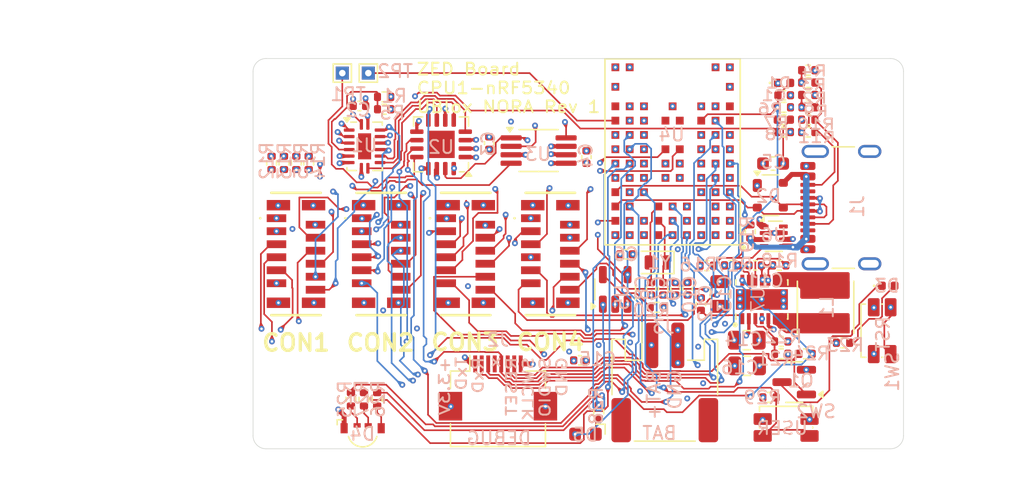
<source format=kicad_pcb>
(kicad_pcb (version 20241229) (generator "pcbnew") (generator_version "9.0")
  (title_block (title "CPU1") (date "2025-08-16") (rev "A") (company "ZED Boards"))
  (layers (0 "F.Cu" signal) (4 "In1.Cu" signal "in1.Cu") (6 "In2.Cu" signal "in2.Cu") (8 "In3.Cu" power "PWR.Cu") (10 "In4.Cu" power "GND.Cu") (2 "B.Cu" signal) (13 "F.Paste" user) (15 "B.Paste" user) (5 "F.SilkS" user "F.Silkscreen") (7 "B.SilkS" user "B.Silkscreen") (1 "F.Mask" user) (3 "B.Mask" user) (25 "Edge.Cuts" user))
  (net 0 "")
  (net 1 "GND")
  (net 2 "+3.3V")
  (net 3 "/AIN5")
  (net 4 "/AIN2")
  (net 5 "/P1.13")
  (net 6 "/AIN6")
  (net 7 "/HK-ADC3")
  (net 8 "/AIN7")
  (net 9 "/AIN1")
  (net 10 "/AIN0")
  (net 11 "/AIN3")
  (net 12 "/AIN4")
  (net 13 "/P1.06")
  (net 14 "/P1.04")
  (net 15 "/P1.01")
  (net 16 "/P1.08")
  (net 17 "/P1.07")
  (net 18 "/SCL")
  (net 19 "/SDA")
  (net 20 "/P1.05")
  (net 21 "/HK-ADC2")
  (net 22 "/P0.30")
  (net 23 "/SPI-MISO")
  (net 24 "/SPI-CS")
  (net 25 "/SPI-DCX")
  (net 26 "/P0.21")
  (net 27 "/P0.29")
  (net 28 "/HK-ADC1")
  (net 29 "/SPI-MOSI")
  (net 30 "/P0.24")
  (net 31 "/SPI-SCK")
  (net 32 "/QSPI-IO3")
  (net 33 "/QSPI-SCK")
  (net 34 "/QSPI-IO1")
  (net 35 "/QSPI-IO2")
  (net 36 "/HK-ADC0")
  (net 37 "/P0.02-NFC1")
  (net 38 "/P0.19")
  (net 39 "/QSPI-CSN")
  (net 40 "/P0.03-NFC2")
  (net 41 "/DM")
  (net 42 "/DP")
  (net 43 "/VBUS")
  (net 44 "/VBAT")
  (net 45 "Net-(D5-K)")
  (net 46 "Net-(D3-A)")
  (net 47 "Net-(D3-K)")
  (net 50 "Net-(J1-CC2)")
  (net 51 "Net-(J1-CC1)")
  (net 52 "/DISPON")
  (net 53 "/CC2")
  (net 54 "/CC1")
  (net 55 "/VBUSMON")
  (net 56 "/PSEN")
  (net 57 "/PSMODE")
  (net 58 "/P1.15")
  (net 59 "/P1.14")
  (net 60 "/P1.12")
  (net 62 "/PGOOD")
  (net 63 "Net-(U6-PR1)")
  (net 64 "/VBATMON")
  (net 65 "/RESET")
  (net 66 "/USER")
  (net 67 "Net-(D4-GK)")
  (net 68 "Net-(D4-RK)")
  (net 69 "/P1.09")
  (net 70 "Net-(D4-BK)")
  (net 71 "/HK-A2")
  (net 72 "/HK-A1")
  (net 73 "/HK-A0")
  (net 74 "/SYS")
  (net 75 "/VINA")
  (net 76 "/FB")
  (net 77 "/LX1")
  (net 78 "/LX2")
  (net 79 "Net-(U5-PROG)")
  (net 80 "Net-(U5-STAT)")
  (net 81 "/XL1")
  (net 82 "/XL2")
  (net 83 "/P1.00")
  (net 84 "/QSPI-IO0")
  (net 85 "Net-(U2-IO7)")
  (net 86 "/P0.31")
  (net 89 "/SWDCLK")
  (net 91 "unconnected-(U4-VBUS-PadB9)")
  (net 92 "/RxD")
  (net 93 "/TxD")
  (net 96 "/SWDIO")
  (net 98 "/P1.10")
  (net 99 "/P1.11")
  (net 101 "Net-(U1-X)")
  (footprint "Resistor_SMD:R_0402_1005Metric" (layer "F.Cu") (at 145.2 100.55)
    (property "Reference" "R29")
    (property "Value" "10k")
  )
  (footprint "MountingHole:MountingHole_3.2mm_M3_ISO14580" (layer "F.Cu") (at 152.5 77.5)
    (property "Reference" "H2" (hide yes))
    (property "Value" "MountingHole")
  )
  (footprint "Capacitor_SMD:C_0402_1005Metric" (layer "F.Cu") (at 137.025 92.2 -90)
    (property "Reference" "C7")
    (property "Value" "DNI")
  )
  (footprint "Diode_SMD:D_0402_1005Metric" (layer "F.Cu") (at 146.3175 76.375)
    (property "Reference" "D1")
    (property "Value" "SBR0240LPW-7B")
  )
  (footprint "Capacitor_SMD:C_0402_1005Metric" (layer "F.Cu") (at 138.9 92.2 90)
    (property "Reference" "C10")
    (property "Value" "1uF")
  )
  (footprint "Resistor_SMD:R_0402_1005Metric" (layer "F.Cu") (at 142.25 90.4 180)
    (property "Reference" "R17")
    (property "Value" "100k")
  )
  (footprint "Package_TO_SOT_SMD:SOT-23-5" (layer "F.Cu") (at 133.3375 92.25 90)
    (property "Reference" "U5")
    (property "Value" "MCP73831T-2DCI/OT")
  )
  (footprint "Connector_USB:USB_C_Receptacle_GCT_USB4105-xx-A_16P_TopMnt_Horizontal" (layer "F.Cu") (at 151.825 85.96 90)
    (property "Reference" "J1")
    (property "Value" "GCT USB4105")
  )
  (footprint "Resistor_SMD:R_0402_1005Metric" (layer "F.Cu") (at 148.2 78.25 180)
    (property "Reference" "R9")
    (property "Value" "100k")
  )
  (footprint "Resistor_SMD:R_0402_1005Metric" (layer "F.Cu") (at 150.85 96.35 180)
    (property "Reference" "R23")
    (property "Value" "294")
  )
  (footprint "TestPoint:TestPoint_THTPad_1.0x1.0mm_Drill0.5mm" (layer "F.Cu") (at 112.36 75.621)
    (property "Reference" "TP1")
    (property "Value" "TestPoint")
  )
  (footprint "Zed-Library:JST_PH_S2B-PH-SM4-TB_1x02-1MP_P2.00mm_Horizontal" (layer "F.Cu") (at 137.15 99.4)
    (property "Reference" "J3")
    (property "Value" "S2B-PH-SM4-TB")
  )
  (footprint "Capacitor_SMD:C_0805_2012Metric" (layer "F.Cu") (at 141.375 92.6 -90)
    (property "Reference" "C13")
    (property "Value" "47uF")
  )
  (footprint "Capacitor_SMD:C_0805_2012Metric" (layer "F.Cu") (at 143.45 96.15 180)
    (property "Reference" "C14")
    (property "Value" "47uF")
  )
  (footprint "Capacitor_SMD:C_0402_1005Metric" (layer "F.Cu") (at 131.125 82.075 90)
    (property "Reference" "C4")
    (property "Value" "1uF")
  )
  (footprint "Package_SO:MSOP-8_3x3mm_P0.65mm" (layer "F.Cu") (at 127.45 81.575)
    (property "Reference" "U3")
    (property "Value" "ADC081C021CIMM")
  )
  (footprint "MountingHole:MountingHole_3.2mm_M3_ISO14580" (layer "F.Cu") (at 108.5 77.5)
    (property "Reference" "H1" (hide yes))
    (property "Value" "MountingHole")
  )
  (footprint "Connector_FFC-FPC:Hirose_FH12-8S-0.5SH_1x08-1MP_P0.50mm_Horizontal" (layer "F.Cu") (at 124.325 99.825)
    (property "Reference" "J2")
    (property "Value" "FH12-8S-0.5SH")
  )
  (footprint "Zed-Library:FH1212S05SVA54" (layer "F.Cu") (at 108.8 89.525 90)
    (property "Reference" "CON1")
    (property "Value" "FH12-12S-0.5SVA_54_" (hide yes))
  )
  (footprint "Capacitor_SMD:C_0402_1005Metric" (layer "F.Cu") (at 139.925 93.375 90)
    (property "Reference" "C12")
    (property "Value" "0.1uF")
  )
  (footprint "Package_DFN_QFN:DHVQFN-16-1EP_2.5x3.5mm_P0.5mm_EP1x2mm" (layer "F.Cu") (at 114.075 81.25)
    (property "Reference" "U1")
    (property "Value" "74HC4051BQ")
  )
  (footprint "Zed-Library:FH1212S05SVA54" (layer "F.Cu") (at 121.85 89.525 90)
    (property "Reference" "CON3")
    (property "Value" "FH12-12S-0.5SVA_54_" (hide yes))
  )
  (footprint "Resistor_SMD:R_0402_1005Metric" (layer "F.Cu") (at 140.375 90.425 180)
    (property "Reference" "R16")
    (property "Value" "100k")
  )
  (footprint "Resistor_SMD:R_0402_1005Metric" (layer "F.Cu") (at 115.04 100.7 90)
    (property "Reference" "R26")
    (property "Value" "130")
  )
  (footprint "Package_DFN_QFN:Texas_RGV0016A_VQFN-16-1EP_4x4mm_P0.65mm_EP2.1x2.1mm" (layer "F.Cu") (at 119.95 81.1 180)
    (property "Reference" "U2")
    (property "Value" "PCA9557BS")
  )
  (footprint "Resistor_SMD:R_0402_1005Metric" (layer "F.Cu") (at 148.175 79.2)
    (property "Reference" "R10")
    (property "Value" "5.1k")
  )
  (footprint "Resistor_SMD:R_0402_1005Metric" (layer "F.Cu") (at 146.3 80.15)
    (property "Reference" "R8")
    (property "Value" "100k")
  )
  (footprint "MountingHole:MountingHole_3.2mm_M3_ISO14580" (layer "F.Cu") (at 152.5 101.5)
    (property "Reference" "H4" (hide yes))
    (property "Value" "MountingHole")
  )
  (footprint "Zed-Library:FH1212S05SVA54" (layer "F.Cu") (at 115.35 89.525 90)
    (property "Reference" "CON2")
    (property "Value" "FH12-12S-0.5SVA_54_" (hide yes))
  )
  (footprint "Capacitor_SMD:C_0805_2012Metric" (layer "F.Cu") (at 143.475 98.125 180)
    (property "Reference" "C16")
    (property "Value" "47uF")
  )
  (footprint "LJK_Library:SW_SPST_ALPS_SKSCLDE010" (layer "F.Cu") (at 153.86 95.421 90)
    (property "Reference" "SW1")
    (property "Value" "SW_SPST_ALPS_SKSCLDE010")
  )
  (footprint "Capacitor_SMD:C_0402_1005Metric" (layer "F.Cu") (at 123.65 81 90)
    (property "Reference" "C3")
    (property "Value" "1uF")
  )
  (footprint "Capacitor_SMD:C_0603_1608Metric" (layer "F.Cu") (at 145.475 82.575 180)
    (property "Reference" "C5")
    (property "Value" "4.7uF")
  )
  (footprint "Package_TO_SOT_SMD:SOT-583-8" (layer "F.Cu") (at 145.525 88.1625)
    (property "Reference" "U6")
    (property "Value" "TPS2116DRL")
  )
  (footprint "Resistor_SMD:R_0402_1005Metric" (layer "F.Cu") (at 145.95 90.4 180)
    (property "Reference" "R18")
    (property "Value" "100k")
  )
  (footprint "Resistor_SMD:R_0402_1005Metric" (layer "F.Cu") (at 146.1 97.2)
    (property "Reference" "R21")
    (property "Value" "100k")
  )
  (footprint "Resistor_SMD:R_0402_1005Metric" (layer "F.Cu") (at 109.775 82.525 90)
    (property "Reference" "R14")
    (property "Value" "280k")
  )
  (footprint "Capacitor_SMD:C_0402_1005Metric" (layer "F.Cu") (at 144.1 90.4 180)
    (property "Reference" "C11")
    (property "Value" "0.1uF")
  )
  (footprint "Crystal:Crystal_SMD_2012-2Pin_2.0x1.2mm" (layer "F.Cu") (at 136.6 90.175 180)
    (property "Reference" "Y1")
    (property "Value" "Crystal")
  )
  (footprint "Resistor_SMD:R_0402_1005Metric" (layer "F.Cu") (at 143.725 87.8 90)
    (property "Reference" "R19")
    (property "Value" "100k")
  )
  (footprint "Resistor_SMD:R_0402_1005Metric" (layer "F.Cu") (at 148.175 80.15)
    (property "Reference" "R11")
    (property "Value" "5.1k")
  )
  (footprint "Capacitor_SMD:C_0402_1005Metric" (layer "F.Cu") (at 137.975 92.2 -90)
    (property "Reference" "C9")
    (property "Value" "1uF")
  )
  (footprint "Resistor_SMD:R_0402_1005Metric" (layer "F.Cu") (at 106.925 82.525 90)
    (property "Reference" "R12")
    (property "Value" "280k")
  )
  (footprint "LED_SMD:LED_Kingbright_APA1606_1.6x0.6mm_Horizontal" (layer "F.Cu") (at 131.0525 103.3725 180)
    (property "Reference" "D5")
    (property "Value" "IN-S85CS5Y Yellow")
  )
  (footprint "Resistor_SMD:R_0402_1005Metric" (layer "F.Cu") (at 146.3 79.2 180)
    (property "Reference" "R7")
    (property "Value" "100k")
  )
  (footprint "LJK_Library:SW_SPST_ALPS_SKSCLDE010" (layer "F.Cu") (at 146.475 102.8625)
    (property "Reference" "SW2")
    (property "Value" "SW_SPST_ALPS_SKSCLDE010")
  )
  (footprint "Resistor_SMD:R_0402_1005Metric" (layer "F.Cu") (at 115.575 78.4 180)
    (property "Reference" "R5")
    (property "Value" "100k")
  )
  (footprint "Resistor_SMD:R_0402_1005Metric" (layer "F.Cu") (at 146.1 96.25 180)
    (property "Reference" "R22")
    (property "Value" "560k")
  )
  (footprint "Resistor_SMD:R_0402_1005Metric" (layer "F.Cu") (at 113.025 100.7 90)
    (property "Reference" "R25")
    (property "Value" "39")
  )
  (footprint "Resistor_SMD:R_0402_1005Metric" (layer "F.Cu") (at 132.075 101.65 -90)
    (property "Reference" "R28")
    (property "Value" "150")
  )
  (footprint "Resistor_SMD:R_0402_1005Metric" (layer "F.Cu") (at 148.175 75.4)
    (property "Reference" "R4")
    (property "Value" "100k")
  )
  (footprint "Resistor_SMD:R_0402_1005Metric" (layer "F.Cu") (at 136.55 93.625)
    (property "Reference" "R20")
    (property "Value" "2.0k")
  )
  (footprint "Capacitor_SMD:C_0402_1005Metric" (layer "F.Cu") (at 113.675 78.15 180)
    (property "Reference" "C2")
    (property "Value" "1uF")
  )
  (footprint "Resistor_SMD:R_0402_1005Metric" (layer "F.Cu") (at 148.175 76.35 180)
    (property "Reference" "R3")
    (property "Value" "100k")
  )
  (footprint "Package_TO_SOT_SMD:SOT-23" (layer "F.Cu") (at 147.1 99.375 180)
    (property "Reference" "Q1")
    (property "Value" "BSS123")
  )
  (footprint "Resistor_SMD:R_0402_1005Metric" (layer "F.Cu") (at 146.3 78.25 180)
    (property "Reference" "R6")
    (property "Value" "10k")
  )
  (footprint "Resistor_SMD:R_0402_1005Metric" (layer "F.Cu") (at 148.175 77.3)
    (property "Reference" "R2")
    (property "Value" "100k")
  )
  (footprint "Capacitor_SMD:C_0402_1005Metric" (layer "F.Cu") (at 130.625 97.7)
    (property "Reference" "C15")
    (property "Value" "1uF")
  )
  (footprint "TestPoint:TestPoint_THTPad_1.0x1.0mm_Drill0.5mm" (layer "F.Cu") (at 114.36 75.621)
    (property "Reference" "TP2")
    (property "Value" "TestPoint")
  )
  (footprint "Zed-Library:VREG_RT6154AGQW" (layer "F.Cu") (at 144.61 93.021 90)
    (property "Reference" "U7")
    (property "Value" "RT6154AGQW")
  )
  (footprint "Zed-Library:FH1212S05SVA54" (layer "F.Cu") (at 128.35 89.525 90)
    (property "Reference" "CON4")
    (property "Value" "FH12-12S-0.5SVA_54_" (hide yes))
  )
  (footprint "Zed-Library:IND_NRS4018T2R2MDGJ" (layer "F.Cu") (at 149.51 93.621 -90)
    (property "Reference" "L1")
    (property "Value" "2.2uH 7.7A")
  )
  (footprint "Capacitor_SMD:C_0402_1005Metric" (layer "F.Cu") (at 134.175 89.55 180)
    (property "Reference" "C6")
    (property "Value" "1uF")
  )
  (footprint "Resistor_SMD:R_0402_1005Metric" (layer "F.Cu") (at 107.875 82.525 90)
    (property "Reference" "R13")
    (property "Value" "280k")
  )
  (footprint "Package_TO_SOT_SMD:SOT-143" (layer "F.Cu") (at 145.26 85.0085)
    (property "Reference" "D2")
    (property "Value" "PRTR5V0U2X")
  )
  (footprint "Resistor_SMD:R_0402_1005Metric" (layer "F.Cu") (at 114.025 100.7 90)
    (property "Reference" "R27")
    (property "Value" "30")
  )
  (footprint "Zed-Library:XCVR_NORA-B106-00B" (layer "F.Cu") (at 137.75 81.675 90)
    (property "Reference" "U4")
    (property "Value" "NORA-B106-00B")
  )
  (footprint "Resistor_SMD:R_0402_1005Metric" (layer "F.Cu") (at 115.575 77.45)
    (property "Reference" "R1")
    (property "Value" "100k")
  )
  (footprint "Resistor_SMD:R_0402_1005Metric" (layer "F.Cu") (at 108.825 82.525 90)
    (property "Reference" "R15")
    (property "Value" "280k")
  )
  (footprint "Capacitor_SMD:C_0402_1005Metric" (layer "F.Cu") (at 146.325 77.325)
    (property "Reference" "C1")
    (property "Value" "0.1uF")
  )
  (footprint "LED_SMD:LED_0402_1005Metric" (layer "F.Cu") (at 154.3275 91.971)
    (property "Reference" "D3")
    (property "Value" "A-SP136R6C-C01-3T RED")
  )
  (footprint "Capacitor_SMD:C_0402_1005Metric" (layer "F.Cu") (at 136.1 92.2 -90)
    (property "Reference" "C8")
    (property "Value" "DNI")
  )
  (footprint "Zed-Library:LED_RGB_Everlight_EASV3015RGBA0_Horizontal" (layer "F.Cu") (at 113.925 103.45)
    (property "Reference" "D4")
    (property "Value" "EASV3015RGBA0")
  )
  (footprint "MountingHole:MountingHole_3.2mm_M3_ISO14580" (layer "F.Cu") (at 108.5 101.5)
    (property "Reference" "H3" (hide yes))
    (property "Value" "MountingHole")
  )
  (footprint "Resistor_SMD:R_0402_1005Metric" (layer "F.Cu") (at 147.975 97.2)
    (property "Reference" "R24")
    (property "Value" "100k")
  )
  (gr_line (start 105.5 103.5) (end 105.5 75.5) (stroke (width 0.05)) (layer "Edge.Cuts"))
  (gr_line (start 154.5 104.5) (end 106.5 104.5) (stroke (width 0.05)) (layer "Edge.Cuts"))
  (gr_arc (start 155.5 103.5) (mid 155.207107 104.207107) (end 154.5 104.5) (stroke (width 0.05)) (layer "Edge.Cuts"))
  (gr_line (start 155.5 75.5) (end 155.5 103.5) (stroke (width 0.05)) (layer "Edge.Cuts"))
  (gr_arc (start 105.5 75.5) (mid 105.792893 74.792893) (end 106.5 74.5) (stroke (width 0.05)) (layer "Edge.Cuts"))
  (gr_arc (start 106.5 104.5) (mid 105.792893 104.207107) (end 105.5 103.5) (stroke (width 0.05)) (layer "Edge.Cuts"))
  (gr_line (start 106.5 74.5) (end 154.5 74.5) (stroke (width 0.05)) (layer "Edge.Cuts"))
  (gr_arc (start 154.5 74.5) (mid 155.207107 74.792893) (end 155.5 75.5) (stroke (width 0.05)) (layer "Edge.Cuts"))
  (gr_text "ZED Board\nCPU1-nRF5340\nUBlox NORA Rev 1" (at 117.99 78.74 0) (layer "F.SilkS") (effects (font (size 0.9 1)) (justify left bottom)))
  (gr_text "BAT" (at 138.15 103.875 0) (layer "B.SilkS") (effects (font (size 1 1)) (justify left bottom mirror)))
  (gr_text "RST" (at 154.51 94.221 90) (layer "B.SilkS") (effects (font (size 1 1)) (justify left bottom mirror)))
  (gr_text "+3.3V\nTxD\nRxD\nx\nRESET\nSWCLK\nSWDIO\nGND" (at 129.7 97.35 90) (layer "B.SilkS") (effects (font (size 0.8 1) (thickness 0.15) (bold yes)) (justify left bottom mirror)))
  (gr_text "USER" (at 148.235 103.496 0) (layer "B.SilkS") (effects (font (size 1 1)) (justify left bottom mirror)))
  (gr_text "BAT+\nGND" (at 138.5 98.325 90) (layer "B.SilkS") (effects (font (size 1 1)) (justify left bottom mirror)))
  (gr_text "DEBUG" (at 126.975 104.275 0) (layer "B.SilkS") (effects (font (size 1 1)) (justify left bottom mirror)))
  (segment (start 143.61 94.496) (end 143.61 95.59) (width 0.25) (layer "F.Cu") (net 1))
  (segment (start 126.075 97.975) (end 126.975 97.975) (width 0.381) (layer "F.Cu") (net 1))
  (segment (start 144.45 87.2) (end 144.45 86.85) (width 0.5) (layer "F.Cu") (net 1))
  (segment (start 112.2 82.5) (end 112.15 82.55) (width 0.25) (layer "F.Cu") (net 1))
  (segment (start 112.8875 82) (end 112.15 82) (width 0.25) (layer "F.Cu") (net 1))
  (segment (start 122.65 81.425) (end 121.8125 81.425) (width 0.127) (layer "F.Cu") (net 1))
  (segment (start 126.975 97.975) (end 127 98) (width 0.381) (layer "F.Cu") (net 1))
  (segment (start 107.4736 93.021) (end 107.95 93.4974) (width 0.127) (layer "F.Cu") (net 1))
  (segment (start 128.4 81.85) (end 129.5125 81.85) (width 0.25) (layer "F.Cu") (net 1))
  (segment (start 128.4 81.25) (end 129.5625 81.25) (width 0.25) (layer "F.Cu") (net 1))
  (segment (start 126.45 81.9) (end 125.3375 81.9) (width 0.25) (layer "F.Cu") (net 1))
  (segment (start 120.275002 78.35) (end 120.275002 79.237498) (width 0.127) (layer "F.Cu") (net 1))
  (segment (start 113.825 82.9375) (end 113.825 83.596537) (width 0.25) (layer "F.Cu") (net 1))
  (segment (start 144.6345 87.3845) (end 144.45 87.2) (width 0.5) (layer "F.Cu") (net 1))
  (segment (start 143.61 95.59) (end 143.4 95.8) (width 0.25) (layer "F.Cu") (net 1))
  (segment (start 122.65 82.1) (end 121.8375 82.1) (width 0.127) (layer "F.Cu") (net 1))
  (segment (start 112.8875 82.5) (end 112.2 82.5) (width 0.25) (layer "F.Cu") (net 1))
  (segment (start 113.195 78.15) (end 113.195 77.6) (width 0.25) (layer "F.Cu") (net 1))
  (segment (start 113.825 83.596537) (end 113.821537 83.6) (width 0.25) (layer "F.Cu") (net 1))
  (segment (start 122.65 80.75) (end 121.8375 80.75) (width 0.127) (layer "F.Cu") (net 1))
  (segment (start 106.7 93.021) (end 107.4736 93.021) (width 0.127) (layer "F.Cu") (net 1))
  (segment (start 144.785 87.3845) (end 144.6345 87.3845) (width 0.5) (layer "F.Cu") (net 1))
  (via (at 107.425 85.8) (size 0.45) (drill 0.2) (layers "F.Cu" "B.Cu") (net 1))
  (via (at 142.15 75.175) (size 0.45) (drill 0.2) (layers "F.Cu" "B.Cu") (net 1))
  (via (at 127 85.775) (size 0.45) (drill 0.2) (layers "F.Cu" "B.Cu") (net 1))
  (via (at 144.45 86.85) (size 0.45) (drill 0.2) (layers "F.Cu" "B.Cu") (net 1))
  (via (at 153.225 97.2) (size 0.45) (drill 0.2) (layers "F.Cu" "B.Cu") (net 1))
  (via (at 138.15 97.9) (size 0.45) (drill 0.2) (layers "F.Cu" "B.Cu") (net 1))
  (via (at 147.675 79.2) (size 0.45) (drill 0.2) (layers "F.Cu" "B.Cu") (net 1))
  (via (at 141.05 75.175) (size 0.45) (drill 0.2) (layers "F.Cu" "B.Cu") (net 1))
  (via (at 138.875 91.725) (size 0.45) (drill 0.2) (layers "F.Cu" "B.Cu") (net 1))
  (via (at 138.15 96.55) (size 0.45) (drill 0.2) (layers "F.Cu" "B.Cu") (net 1))
  (via (at 142.15 76.675) (size 0.45) (drill 0.2) (layers "F.Cu" "B.Cu") (net 1))
  (via (at 113.195 77.6) (size 0.45) (drill 0.2) (layers "F.Cu" "B.Cu") (net 1))
  (via (at 146.275 93.575) (size 0.45) (drill 0.2) (layers "F.Cu" "B.Cu") (net 1))
  (via (at 138.3 83.675) (size 0.45) (drill 0.2) (layers "F.Cu" "B.Cu") (net 1))
  (via (at 112.15 82.55) (size 0.45) (drill 0.2) (layers "F.Cu" "B.Cu") (net 1))
  (via (at 123.2 93.275) (size 0.45) (drill 0.2) (layers "F.Cu" "B.Cu") (net 1))
  (via (at 107.3 86.775) (size 0.45) (drill 0.2) (layers "F.Cu" "B.Cu") (net 1))
  (via (at 127 93.275) (size 0.45) (drill 0.2) (layers "F.Cu" "B.Cu") (net 1))
  (via (at 127.975 101.25) (size 0.45) (drill 0.2) (layers "F.Cu" "B.Cu") (net 1))
  (via (at 114.025 93.275) (size 0.45) (drill 0.2) (layers "F.Cu" "B.Cu") (net 1))
  (via (at 141.725 90.4) (size 0.45) (drill 0.2) (layers "F.Cu" "B.Cu") (net 1))
  (via (at 128.4 81.25) (size 0.45) (drill 0.2) (layers "F.Cu" "B.Cu") (net 1))
  (via (at 146.275 92.5) (size 0.45) (drill 0.2) (layers "F.Cu" "B.Cu") (net 1))
  (via (at 134.45 75.175) (size 0.45) (drill 0.2) (layers "F.Cu" "B.Cu") (net 1))
  (via (at 110.125 85.8) (size 0.45) (drill 0.2) (layers "F.Cu" "B.Cu") (net 1))
  (via (at 131.1 97.7) (size 0.45) (drill 0.2) (layers "F.Cu" "B.Cu") (net 1))
  (via (at 137.025 92.7) (size 0.45) (drill 0.2) (layers "F.Cu" "B.Cu") (net 1))
  (via (at 141.05 86.975) (size 0.45) (drill 0.2) (layers "F.Cu" "B.Cu") (net 1))
  (via (at 133.325 93.4) (size 0.45) (drill 0.2) (layers "F.Cu" "B.Cu") (net 1))
  (via (at 126.85 86.775) (size 0.45) (drill 0.2) (layers "F.Cu" "B.Cu") (net 1))
  (via (at 143.625 90.3825) (size 0.45) (drill 0.2) (layers "F.Cu" "B.Cu") (net 1))
  (via (at 142.925 93.55) (size 0.45) (drill 0.2) (layers "F.Cu" "B.Cu") (net 1))
  (via (at 153.225 93.65) (size 0.45) (drill 0.2) (layers "F.Cu" "B.Cu") (net 1))
  (via (at 146.8 80.15) (size 0.45) (drill 0.2) (layers "F.Cu" "B.Cu") (net 1))
  (via (at 142.5 96.15) (size 0.45) (drill 0.2) (layers "F.Cu" "B.Cu") (net 1))
  (via (at 137.75 78.169) (size 0.45) (drill 0.2) (layers "F.Cu" "B.Cu") (net 1))
  (via (at 129.7 93.275) (size 0.45) (drill 0.2) (layers "F.Cu" "B.Cu") (net 1))
  (via (at 107.45 93.275) (size 0.45) (drill 0.2) (layers "F.Cu" "B.Cu") (net 1))
  (via (at 135.55 78.169) (size 0.45) (drill 0.2) (layers "F.Cu" "B.Cu") (net 1))
  (via (at 148.7 75.425) (size 0.45) (drill 0.2) (layers "F.Cu" "B.Cu") (net 1))
  (via (at 123.2 85.775) (size 0.45) (drill 0.2) (layers "F.Cu" "B.Cu") (net 1))
  (via (at 120.7 101.25) (size 0.45) (drill 0.2) (layers "F.Cu" "B.Cu") (net 1))
  (via (at 106.9 82) (size 0.45) (drill 0.2) (layers "F.Cu" "B.Cu") (net 1))
  (via (at 138.3 82.575) (size 0.45) (drill 0.2) (layers "F.Cu" "B.Cu") (net 1))
  (via (at 122.65 82.1) (size 0.45) (drill 0.2) (layers "F.Cu" "B.Cu") (net 1))
  (via (at 113.875 86.8) (size 0.45) (drill 0.2) (layers "F.Cu" "B.Cu") (net 1))
  (via (at 116.1 77.425) (size 0.45) (drill 0.2) (layers "F.Cu" "B.Cu") (net 1))
  (via (at 148.275 102.25) (size 0.45) (drill 0.2) (layers "F.Cu" "B.Cu") (net 1))
  (via (at 112.15 82) (size 0.45) (drill 0.2) (layers "F.Cu" "B.Cu") (net 1))
  (via (at 133.725 89.55) (size 0.45) (drill 0.2) (layers "F.Cu" "B.Cu") (net 1))
  (via (at 123.650002 80.52) (size 0.45) (drill 0.2) (layers "F.Cu" "B.Cu") (net 1))
  (via (at 129.725 85.8) (size 0.45) (drill 0.2) (layers "F.Cu" "B.Cu") (net 1))
  (via (at 142.925 92.45) (size 0.45) (drill 0.2) (layers "F.Cu" "B.Cu") (net 1))
  (via (at 148.025 98.425) (size 0.45) (drill 0.2) (layers "F.Cu" "B.Cu") (net 1))
  (via (at 146.625 97.225) (size 0.45) (drill 0.2) (layers "F.Cu" "B.Cu") (net 1))
  (via (at 137.075 93.65) (size 0.45) (drill 0.2) (layers "F.Cu" "B.Cu") (net 1))
  (via (at 144.675 102.275) (size 0.45) (drill 0.2) (layers "F.Cu" "B.Cu") (net 1))
  (via (at 108.825 82) (size 0.45) (drill 0.2) (layers "F.Cu" "B.Cu") (net 1))
  (via (at 113.975 85.775) (size 0.45) (drill 0.2) (layers "F.Cu" "B.Cu") (net 1))
  (via (at 134.45 78.169) (size 0.45) (drill 0.2) (layers "F.Cu" "B.Cu") (net 1))
  (via (at 137.2 82.575) (size 0.45) (drill 0.2) (layers "F.Cu" "B.Cu") (net 1))
  (via (at 139.925 92.9) (size 0.45) (drill 0.2) (layers "F.Cu" "B.Cu") (net 1))
  (via (at 113.821537 83.6) (size 0.45) (drill 0.2) (layers "F.Cu" "B.Cu") (net 1))
  (via (at 120.475 85.775) (size 0.45) (drill 0.2) (layers "F.Cu" "B.Cu") (net 1))
  (via (at 143.4 95.8) (size 0.45) (drill 0.2) (layers "F.Cu" "B.Cu") (net 1))
  (via (at 133.35 75.175) (size 0.45) (drill 0.2) (layers "F.Cu" "B.Cu") (net 1))
  (via (at 139.875 90.425) (size 0.45) (drill 0.2) (layers "F.Cu" "B.Cu") (net 1))
  (via (at 120.5 93.275) (size 0.45) (drill 0.2) (layers "F.Cu" "B.Cu") (net 1))
  (via (at 134.45 86.975) (size 0.45) (drill 0.2) (layers "F.Cu" "B.Cu") (net 1))
  (via (at 110.175 93.275) (size 0.45) (drill 0.2) (layers "F.Cu" "B.Cu") (net 1))
  (via (at 116.675 93.275) (size 0.45) (drill 0.2) (layers "F.Cu" "B.Cu") (net 1))
  (via (at 116.7 85.775) (size 0.45) (drill 0.2) (layers "F.Cu" "B.Cu") (net 1))
  (via (at 144.7 82.575) (size 0.45) (drill 0.2) (layers "F.Cu" "B.Cu") (net 1))
  (via (at 142.525 98.125) (size 0.45) (drill 0.2) (layers "F.Cu" "B.Cu") (net 1))
  (via (at 141.025 78.169) (size 0.45) (drill 0.2) (layers "F.Cu" "B.Cu") (net 1))
  (via (at 109.775 82.014998) (size 0.45) (drill 0.2) (layers "F.Cu" "B.Cu") (net 1))
  (via (at 148.7 77.3) (size 0.45) (drill 0.2) (layers "F.Cu" "B.Cu") (net 1))
  (via (at 126.45 81.9) (size 0.45) (drill 0.2) (layers "F.Cu" "B.Cu") (net 1))
  (via (at 133.35 76.675) (size 0.45) (drill 0.2) (layers "F.Cu" "B.Cu") (net 1))
  (via (at 148.026284 89.176284) (size 0.45) (drill 0.2) (layers "F.Cu" "B.Cu") (net 1))
  (via (at 148.025 82.775) (size 0.45) (drill 0.2) (layers "F.Cu" "B.Cu") (net 1))
  (via (at 120.375 86.8) (size 0.45) (drill 0.2) (layers "F.Cu" "B.Cu") (net 1))
  (via (at 147.675 80.175) (size 0.45) (drill 0.2) (layers "F.Cu" "B.Cu") (net 1))
  (via (at 107.85 82) (size 0.45) (drill 0.2) (layers "F.Cu" "B.Cu") (net 1))
  (via (at 142.925 92.975) (size 0.45) (drill 0.2) (layers "F.Cu" "B.Cu") (net 1))
  (via (at 128.4 81.85) (size 0.45) (drill 0.2) (layers "F.Cu" "B.Cu") (net 1))
  (via (at 146.275 93.1) (size 0.45) (drill 0.2) (layers "F.Cu" "B.Cu") (net 1))
  (via (at 127 98) (size 0.45) (drill 0.2) (layers "F.Cu" "B.Cu") (net 1))
  (via (at 146.825 77.325) (size 0.45) (drill 0.2) (layers "F.Cu" "B.Cu") (net 1))
  (via (at 120.275002 78.35) (size 0.45) (drill 0.2) (layers "F.Cu" "B.Cu") (net 1))
  (via (at 131.125 81.6) (size 0.45) (drill 0.2) (layers "F.Cu" "B.Cu") (net 1))
  (via (at 141.375 93.55) (size 0.45) (drill 0.2) (layers "F.Cu" "B.Cu") (net 1))
  (via (at 137.2 83.675) (size 0.45) (drill 0.2) (layers "F.Cu" "B.Cu") (net 1))
  (via (at 138.15 95.375) (size 0.45) (drill 0.2) (layers "F.Cu" "B.Cu") (net 1))
  (via (at 144.6 93) (size 0.45) (drill 0.2) (layers "F.Cu" "B.Cu") (net 1))
  (via (at 142.15 88.075) (size 0.45) (drill 0.2) (layers "F.Cu" "B.Cu") (net 1))
  (via (at 139.95 78.169) (size 0.45) (drill 0.2) (layers "F.Cu" "B.Cu") (net 1))
  (via (at 122.65 80.75) (size 0.45) (drill 0.2) (layers "F.Cu" "B.Cu") (net 1))
  (via (at 136.1 92.7) (size 0.45) (drill 0.2) (layers "F.Cu" "B.Cu") (net 1))
  (via (at 122.65 81.425) (size 0.45) (drill 0.2) (layers "F.Cu" "B.Cu") (net 1))
  (via (at 137.95 92.7) (size 0.45) (drill 0.2) (layers "F.Cu" "B.Cu") (net 1))
  (via (at 133.325 88.075) (size 0.45) (drill 0.2) (layers "F.Cu" "B.Cu") (net 1))
  (via (at 144.25 84.275) (size 0.45) (drill 0.2) (layers "F.Cu" "B.Cu") (net 1))
  (segment (start 122.2845 97.975) (end 121.775 97.4655) (width 0.381) (layer "F.Cu") (net 2))
  (segment (start 114.325 78.925) (end 114.3 78.9) (width 0.127) (layer "F.Cu") (net 2))
  (segment (start 112.5 101.925) (end 112.05 101.475) (width 0.381) (layer "F.Cu") (net 2))
  (segment (start 145.525 95.325) (end 145.377486 95.325) (width 0.25) (layer "F.Cu") (net 2))
  (segment (start 114.325 79.5625) (end 114.325 78.925) (width 0.127) (layer "F.Cu") (net 2))
  (segment (start 122.575 97.975) (end 122.2845 97.975) (width 0.381) (layer "F.Cu") (net 2))
  (segment (start 119.625 82.9625) (end 119.525 83.0625) (width 0.25) (layer "F.Cu") (net 2))
  (segment (start 112.5 102.92) (end 112.5 101.925) (width 0.381) (layer "F.Cu") (net 2))
  (segment (start 114.155 77.555) (end 114.15 77.55) (width 0.25) (layer "F.Cu") (net 2))
  (segment (start 114.155 78.15) (end 114.155 77.555) (width 0.25) (layer "F.Cu") (net 2))
  (segment (start 145.11 95.057514) (end 145.11 94.496) (width 0.25) (layer "F.Cu") (net 2))
  (segment (start 128.4 82.55) (end 129.5625 82.55) (width 0.25) (layer "F.Cu") (net 2))
  (segment (start 119.525 83.535243) (end 119.649256 83.659499) (width 0.25) (layer "F.Cu") (net 2))
  (segment (start 119.525 83.0625) (end 119.525 83.535243) (width 0.25) (layer "F.Cu") (net 2))
  (segment (start 145.377486 95.325) (end 145.11 95.057514) (width 0.25) (layer "F.Cu") (net 2))
  (via (at 121.775 97.4655) (size 0.45) (drill 0.2) (layers "F.Cu" "B.Cu") (net 2))
  (via (at 131.125 82.525) (size 0.45) (drill 0.2) (layers "F.Cu" "B.Cu") (net 2))
  (via (at 144.7 100.55) (size 0.45) (drill 0.2) (layers "F.Cu" "B.Cu") (net 2))
  (via (at 145.85 76.4) (size 0.45) (drill 0.2) (layers "F.Cu" "B.Cu") (net 2))
  (via (at 128.4 82.55) (size 0.45) (drill 0.2) (layers "F.Cu" "B.Cu") (net 2))
  (via (at 119.649256 83.659499) (size 0.45) (drill 0.2) (layers "F.Cu" "B.Cu") (net 2))
  (via (at 135.549999 86.975001) (size 0.45) (drill 0.2) (layers "F.Cu" "B.Cu") (net 2))
  (via (at 123.650002 81.48) (size 0.45) (drill 0.2) (layers "F.Cu" "B.Cu") (net 2))
  (via (at 134.7 89.55) (size 0.45) (drill 0.2) (layers "F.Cu" "B.Cu") (net 2))
  (via (at 146.625 96.25) (size 0.45) (drill 0.2) (layers "F.Cu" "B.Cu") (net 2))
  (via (at 144.425 98.125) (size 0.45) (drill 0.2) (layers "F.Cu" "B.Cu") (net 2))
  (via (at 114.15 77.55) (size 0.45) (drill 0.2) (layers "F.Cu" "B.Cu") (net 2))
  (via (at 116.825 87.3) (size 0.45) (drill 0.2) (layers "F.Cu" "B.Cu") (net 2))
  (via (at 110.275 87.275) (size 0.45) (drill 0.2) (layers "F.Cu" "B.Cu") (net 2))
  (via (at 144.625 94.5) (size 0.45) (drill 0.2) (layers "F.Cu" "B.Cu") (net 2))
  (via (at 123.35 87.325) (size 0.45) (drill 0.2) (layers "F.Cu" "B.Cu") (net 2))
  (via (at 112.05 101.475) (size 0.45) (drill 0.2) (layers "F.Cu" "B.Cu") (net 2))
  (via (at 114.3 78.9) (size 0.45) (drill 0.2) (layers "F.Cu" "B.Cu") (net 2))
  (via (at 134.45 88.075) (size 0.45) (drill 0.2) (layers "F.Cu" "B.Cu") (net 2))
  (via (at 145.525 95.325) (size 0.45) (drill 0.2) (layers "F.Cu" "B.Cu") (net 2))
  (via (at 130.15 97.725) (size 0.45) (drill 0.2) (layers "F.Cu" "B.Cu") (net 2))
  (via (at 146.85 78.25) (size 0.45) (drill 0.2) (layers "F.Cu" "B.Cu") (net 2))
  (via (at 135.55 88.05) (size 0.45) (drill 0.2) (layers "F.Cu" "B.Cu") (net 2))
  (via (at 144.4 96.15) (size 0.45) (drill 0.2) (layers "F.Cu" "B.Cu") (net 2))
  (via (at 150.325 96.375) (size 0.45) (drill 0.2) (layers "F.Cu" "B.Cu") (net 2))
  (via (at 129.849999 87.274999) (size 0.45) (drill 0.2) (layers "F.Cu" "B.Cu") (net 2))
  (segment (start 107.75 90.775) (end 108.5 91.525) (width 0.127) (layer "F.Cu") (net 3))
  (segment (start 108.5 91.525) (end 108.5 92.125) (width 0.127) (layer "F.Cu") (net 3))
  (segment (start 108.5415 94.3585) (end 107.625 95.275) (width 0.127) (layer "F.Cu") (net 3))
  (segment (start 107.625 95.275) (end 107.625 95.35) (width 0.127) (layer "F.Cu") (net 3))
  (segment (start 108.5415 92.1665) (end 108.5415 94.3585) (width 0.127) (layer "F.Cu") (net 3))
  (segment (start 108.5 92.125) (end 108.5415 92.1665) (width 0.127) (layer "F.Cu") (net 3))
  (via (at 140.098327 99.4615) (size 0.45) (drill 0.2) (layers "F.Cu" "B.Cu") (net 3))
  (via (at 141.05 81.475) (size 0.45) (drill 0.2) (layers "F.Cu" "B.Cu") (net 3))
  (via (at 107.625 95.35) (size 0.45) (drill 0.2) (layers "F.Cu" "B.Cu") (net 3))
  (segment (start 108.925 90.2) (end 108.925 94.604607) (width 0.127) (layer "F.Cu") (net 4))
  (segment (start 108.925 94.604607) (end 109.014634 94.69424) (width 0.127) (layer "F.Cu") (net 4))
  (segment (start 109.85 89.275) (end 108.925 90.2) (width 0.127) (layer "F.Cu") (net 4))
  (via (at 134.483767 96.322082) (size 0.45) (drill 0.2) (layers "F.Cu" "B.Cu") (net 4))
  (via (at 135.55 83.675) (size 0.45) (drill 0.2) (layers "F.Cu" "B.Cu") (net 4))
  (via (at 109.014634 94.69424) (size 0.45) (drill 0.2) (layers "F.Cu" "B.Cu") (net 4))
  (segment (start 110.3 92.275) (end 111.351 92.275) (width 0.127) (layer "F.Cu") (net 5))
  (segment (start 111.351 92.275) (end 111.85 91.776) (width 0.127) (layer "F.Cu") (net 5))
  (via (at 133.35 81.475) (size 0.45) (drill 0.2) (layers "F.Cu" "B.Cu") (net 5))
  (via (at 111.85 91.776) (size 0.45) (drill 0.2) (layers "F.Cu" "B.Cu") (net 5))
  (via (at 114.898399 83.927062) (size 0.45) (drill 0.2) (layers "F.Cu" "B.Cu") (net 5))
  (segment (start 111.85 90.08421) (end 112.004 89.93021) (width 0.127) (layer "B.Cu") (net 5))
  (segment (start 114.898399 84.149627) (end 114.898399 83.927062) (width 0.127) (layer "B.Cu") (net 5))
  (segment (start 111.85 91.776) (end 111.85 90.08421) (width 0.127) (layer "B.Cu") (net 5))
  (segment (start 112.004 87.55) (end 113.286513 86.267487) (width 0.127) (layer "B.Cu") (net 5))
  (segment (start 113.286513 85.761513) (end 114.898399 84.149627) (width 0.127) (layer "B.Cu") (net 5))
  (segment (start 113.286513 86.267487) (end 113.286513 85.761513) (width 0.127) (layer "B.Cu") (net 5))
  (segment (start 112.004 89.93021) (end 112.004 87.55) (width 0.127) (layer "B.Cu") (net 5))
  (via (at 139.95 80.375) (size 0.45) (drill 0.2) (layers "F.Cu" "B.Cu") (net 6))
  (via (at 110.3 91.275) (size 0.45) (drill 0.2) (layers "F.Cu" "B.Cu") (net 6))
  (via (at 111.65 84.725) (size 0.45) (drill 0.2) (layers "F.Cu" "B.Cu") (net 6))
  (segment (start 112.025 86.663816) (end 112.025 84.925) (width 0.127) (layer "B.Cu") (net 6))
  (segment (start 110.3 88.388816) (end 112.025 86.663816) (width 0.127) (layer "B.Cu") (net 6))
  (segment (start 110.3 91.275) (end 110.3 88.388816) (width 0.127) (layer "B.Cu") (net 6))
  (segment (start 111.85 84.925) (end 111.65 84.725) (width 0.127) (layer "B.Cu") (net 6))
  (segment (start 112.025 84.925) (end 111.85 84.925) (width 0.127) (layer "B.Cu") (net 6))
  (segment (start 115.2625 81.5) (end 115.674999 81.5) (width 0.127) (layer "F.Cu") (net 7))
  (segment (start 115.674999 81.5) (end 115.737773 81.562774) (width 0.127) (layer "F.Cu") (net 7))
  (segment (start 115.737773 81.562774) (end 115.930517 81.562774) (width 0.127) (layer "F.Cu") (net 7))
  (segment (start 125.625 88.6495) (end 125.627722 88.652222) (width 0.127) (layer "F.Cu") (net 7))
  (segment (start 125.627722 88.652222) (end 125.627722 88.7005) (width 0.127) (layer "F.Cu") (net 7))
  (segment (start 125.625 88.4) (end 125.625 88.6495) (width 0.127) (layer "F.Cu") (net 7))
  (segment (start 126.226941 87.798059) (end 125.625 88.4) (width 0.127) (layer "F.Cu") (net 7))
  (via (at 115.120619 87.075095) (size 0.45) (drill 0.2) (layers "F.Cu" "B.Cu") (net 7))
  (via (at 109.786304 83.081) (size 0.45) (drill 0.2) (layers "F.Cu" "B.Cu") (net 7))
  (via (at 115.930517 81.562774) (size 0.45) (drill 0.2) (layers "F.Cu" "B.Cu") (net 7))
  (via (at 125.627722 88.7005) (size 0.45) (drill 0.2) (layers "F.Cu" "B.Cu") (net 7))
  (segment (start 115.828407 81.570554) (end 115.836187 81.562774) (width 0.127) (layer "B.Cu") (net 7))
  (segment (start 115.439688 86.756026) (end 115.439688 81.892579) (width 0.127) (layer "B.Cu") (net 7))
  (segment (start 115.439688 81.892579) (end 115.761713 81.570554) (width 0.127) (layer "B.Cu") (net 7))
  (segment (start 115.761713 81.570554) (end 115.828407 81.570554) (width 0.127) (layer "B.Cu") (net 7))
  (segment (start 115.836187 81.562774) (end 115.930517 81.562774) (width 0.127) (layer "B.Cu") (net 7))
  (segment (start 115.120619 87.075095) (end 115.439688 86.756026) (width 0.127) (layer "B.Cu") (net 7))
  (via (at 122.0216 91.9988) (size 0.45) (drill 0.2) (layers "F.Cu" "B.Cu") (net 8))
  (via (at 134.45 79.275) (size 0.45) (drill 0.2) (layers "F.Cu" "B.Cu") (net 8))
  (via (at 125.3236 79.3496) (size 0.45) (drill 0.2) (layers "F.Cu" "B.Cu") (net 8))
  (via (at 107.3 91.775) (size 0.45) (drill 0.2) (layers "F.Cu" "B.Cu") (net 8))
  (segment (start 106.1 89.525) (end 106.1 95.225) (width 0.127) (layer "F.Cu") (net 9))
  (segment (start 106.1 95.225) (end 106.15 95.275) (width 0.127) (layer "F.Cu") (net 9))
  (segment (start 106.85 88.775) (end 106.1 89.525) (width 0.127) (layer "F.Cu") (net 9))
  (via (at 106.15 95.275) (size 0.45) (drill 0.2) (layers "F.Cu" "B.Cu") (net 9))
  (via (at 132.0655 96.527549) (size 0.45) (drill 0.2) (layers "F.Cu" "B.Cu") (net 9))
  (via (at 134.45 83.675) (size 0.45) (drill 0.2) (layers "F.Cu" "B.Cu") (net 9))
  (segment (start 109.0585 87.4835) (end 109.85 88.275) (width 0.127) (layer "F.Cu") (net 10))
  (segment (start 109.0585 85.1835) (end 109.0585 87.4835) (width 0.127) (layer "F.Cu") (net 10))
  (segment (start 111.243455 85.1835) (end 109.0585 85.1835) (width 0.127) (layer "F.Cu") (net 10))
  (segment (start 112.675 86.075) (end 112.134955 86.075) (width 0.127) (layer "F.Cu") (net 10))
  (segment (start 112.134955 86.075) (end 111.243455 85.1835) (width 0.127) (layer "F.Cu") (net 10))
  (via (at 112.675 86.075) (size 0.45) (drill 0.2) (layers "F.Cu" "B.Cu") (net 10))
  (via (at 134.45 84.775) (size 0.45) (drill 0.2) (layers "F.Cu" "B.Cu") (net 10))
  (segment (start 106.354 94.15) (end 106.95 94.746) (width 0.127) (layer "F.Cu") (net 11))
  (segment (start 106.95 94.746) (end 106.95 96.25) (width 0.127) (layer "F.Cu") (net 11))
  (segment (start 106.354 90.271) (end 106.354 94.15) (width 0.127) (layer "F.Cu") (net 11))
  (segment (start 106.85 89.775) (end 106.354 90.271) (width 0.127) (layer "F.Cu") (net 11))
  (via (at 139.95 84.775) (size 0.45) (drill 0.2) (layers "F.Cu" "B.Cu") (net 11))
  (via (at 138.875906 100.629007) (size 0.45) (drill 0.2) (layers "F.Cu" "B.Cu") (net 11))
  (via (at 106.95 96.25) (size 0.45) (drill 0.2) (layers "F.Cu" "B.Cu") (net 11))
  (segment (start 111.65 86.4) (end 111.525 86.275) (width 0.127) (layer "F.Cu") (net 12))
  (segment (start 110.75 90.275) (end 111.65 89.375) (width 0.127) (layer "F.Cu") (net 12))
  (segment (start 111.65 89.375) (end 111.65 86.4) (width 0.127) (layer "F.Cu") (net 12))
  (via (at 111.525 86.275) (size 0.45) (drill 0.2) (layers "F.Cu" "B.Cu") (net 12))
  (via (at 139.95 81.475) (size 0.45) (drill 0.2) (layers "F.Cu" "B.Cu") (net 12))
  (segment (start 115.9085 86.6665) (end 115.6085 86.3665) (width 0.127) (layer "F.Cu") (net 13))
  (segment (start 115.9085 90.7835) (end 115.9085 86.6665) (width 0.127) (layer "F.Cu") (net 13))
  (segment (start 115.6085 86.3665) (end 115.6085 85.1835) (width 0.127) (layer "F.Cu") (net 13))
  (segment (start 115.6085 85.1835) (end 116.353469 85.1835) (width 0.127) (layer "F.Cu") (net 13))
  (segment (start 116.4 91.275) (end 115.9085 90.7835) (width 0.127) (layer "F.Cu") (net 13))
  (segment (start 117.242543 84.294426) (end 117.585478 84.294426) (width 0.127) (layer "F.Cu") (net 13))
  (segment (start 116.353469 85.1835) (end 117.242543 84.294426) (width 0.127) (layer "F.Cu") (net 13))
  (via (at 117.585478 84.294426) (size 0.45) (drill 0.2) (layers "F.Cu" "B.Cu") (net 13))
  (via (at 142.15 81.475) (size 0.45) (drill 0.2) (layers "F.Cu" "B.Cu") (net 13))
  (segment (start 118 89.575) (end 118 85.339704) (width 0.127) (layer "F.Cu") (net 14))
  (segment (start 132.187824 83.15) (end 132.170821 83.132997) (width 0.127) (layer "F.Cu") (net 14))
  (segment (start 117.3 90.275) (end 118 89.575) (width 0.127) (layer "F.Cu") (net 14))
  (segment (start 137.608 83.15) (end 132.187824 83.15) (width 0.127) (layer "F.Cu") (net 14))
  (segment (start 138.3 81.475) (end 137.75 82.025) (width 0.127) (layer "F.Cu") (net 14))
  (segment (start 137.75 82.025) (end 137.75 83.008) (width 0.127) (layer "F.Cu") (net 14))
  (segment (start 137.75 83.008) (end 137.608 83.15) (width 0.127) (layer "F.Cu") (net 14))
  (segment (start 118 85.339704) (end 117.607358 84.947062) (width 0.127) (layer "F.Cu") (net 14))
  (via (at 117.607358 84.947062) (size 0.45) (drill 0.2) (layers "F.Cu" "B.Cu") (net 14))
  (via (at 132.170821 83.132997) (size 0.45) (drill 0.2) (layers "F.Cu" "B.Cu") (net 14))
  (segment (start 115.049604 89.775) (end 115.119 89.705604) (width 0.127) (layer "F.Cu") (net 15))
  (segment (start 113.85 89.775) (end 115.049604 89.775) (width 0.127) (layer "F.Cu") (net 15))
  (via (at 138.85 85.875) (size 0.45) (drill 0.2) (layers "F.Cu" "B.Cu") (net 15))
  (via (at 115.119 89.705604) (size 0.45) (drill 0.2) (layers "F.Cu" "B.Cu") (net 15))
  (via (at 115.011092 86.509012) (size 0.45) (drill 0.2) (layers "F.Cu" "B.Cu") (net 15))
  (segment (start 115.119 89.705604) (end 115.119 89.594) (width 0.127) (layer "B.Cu") (net 15))
  (segment (start 114.469921 88.944921) (end 114.469921 87.050183) (width 0.127) (layer "B.Cu") (net 15))
  (segment (start 115.119 89.594) (end 114.469921 88.944921) (width 0.127) (layer "B.Cu") (net 15))
  (segment (start 114.469921 87.050183) (end 115.011092 86.509012) (width 0.127) (layer "B.Cu") (net 15))
  (segment (start 118.4 91.175) (end 118.4 85.017394) (width 0.127) (layer "F.Cu") (net 16))
  (segment (start 117.3 92.275) (end 118.4 91.175) (width 0.127) (layer "F.Cu") (net 16))
  (segment (start 136.5915 82.0835) (end 132.606032 82.0835) (width 0.127) (layer "F.Cu") (net 16))
  (segment (start 132.606032 82.0835) (end 132.165532 82.524) (width 0.127) (layer "F.Cu") (net 16))
  (segment (start 136.5915 82.0835) (end 137.2 81.475) (width 0.127) (layer "F.Cu") (net 16))
  (segment (start 118.4 85.017394) (end 118.590358 84.827036) (width 0.127) (layer "F.Cu") (net 16))
  (segment (start 132.165532 82.469468) (end 132.165532 82.524) (width 0.127) (layer "F.Cu") (net 16))
  (via (at 132.165532 82.524) (size 0.45) (drill 0.2) (layers "F.Cu" "B.Cu") (net 16))
  (via (at 118.590358 84.827036) (size 0.45) (drill 0.2) (layers "F.Cu" "B.Cu") (net 16))
  (via (at 135.55 82.575) (size 0.45) (drill 0.2) (layers "F.Cu" "B.Cu") (net 17))
  (via (at 135.25 100.075) (size 0.45) (drill 0.2) (layers "F.Cu" "B.Cu") (net 17))
  (via (at 116.971203 99.5845) (size 0.45) (drill 0.2) (layers "F.Cu" "B.Cu") (net 17))
  (via (at 113.85 91.775) (size 0.45) (drill 0.2) (layers "F.Cu" "B.Cu") (net 17))
  (segment (start 116.8845 99.5845) (end 116.971203 99.5845) (width 0.127) (layer "B.Cu") (net 17))
  (segment (start 115.05 92.525) (end 115.05 97.75) (width 0.127) (layer "B.Cu") (net 17))
  (segment (start 114.3 91.775) (end 115.05 92.525) (width 0.127) (layer "B.Cu") (net 17))
  (segment (start 115.05 97.75) (end 116.8845 99.5845) (width 0.127) (layer "B.Cu") (net 17))
  (segment (start 113.85 91.775) (end 114.3 91.775) (width 0.127) (layer "B.Cu") (net 17))
  (via (at 116.85 88.275) (size 0.45) (drill 0.2) (layers "F.Cu" "B.Cu") (net 18))
  (via (at 139.95 88.075) (size 0.45) (drill 0.2) (layers "F.Cu" "B.Cu") (net 18))
  (via (at 139.719 96.65) (size 0.45) (drill 0.2) (layers "F.Cu" "B.Cu") (net 18))
  (via (at 117.796613 99.2595) (size 0.45) (drill 0.2) (layers "F.Cu" "B.Cu") (net 18))
  (segment (start 115.835 88.963026) (end 115.835 90.075) (width 0.127) (layer "B.Cu") (net 18))
  (segment (start 116.15 90.39) (end 116.15 97.9) (width 0.127) (layer "B.Cu") (net 18))
  (segment (start 117.5095 99.2595) (end 117.796613 99.2595) (width 0.127) (layer "B.Cu") (net 18))
  (segment (start 116.15 97.9) (end 117.5095 99.2595) (width 0.127) (layer "B.Cu") (net 18))
  (segment (start 116.85 88.275) (end 116.4 88.275) (width 0.127) (layer "B.Cu") (net 18))
  (segment (start 115.835 90.075) (end 116.15 90.39) (width 0.127) (layer "B.Cu") (net 18))
  (segment (start 116.4 88.275) (end 115.885 88.79) (width 0.127) (layer "B.Cu") (net 18))
  (segment (start 115.885 88.913026) (end 115.835 88.963026) (width 0.127) (layer "B.Cu") (net 18))
  (segment (start 115.885 88.79) (end 115.885 88.913026) (width 0.127) (layer "B.Cu") (net 18))
  (segment (start 115.049257 88.775) (end 115.119 88.705257) (width 0.127) (layer "F.Cu") (net 19))
  (segment (start 113.85 88.775) (end 115.049257 88.775) (width 0.127) (layer "F.Cu") (net 19))
  (via (at 138.148687 89.161999) (size 0.45) (drill 0.2) (layers "F.Cu" "B.Cu") (net 19))
  (via (at 115.119 88.705257) (size 0.45) (drill 0.2) (layers "F.Cu" "B.Cu") (net 19))
  (via (at 138.85 86.975) (size 0.45) (drill 0.2) (layers "F.Cu" "B.Cu") (net 19))
  (segment (start 114.994357 90.775) (end 115.084614 90.865257) (width 0.127) (layer "F.Cu") (net 20))
  (segment (start 113.85 90.775) (end 114.994357 90.775) (width 0.127) (layer "F.Cu") (net 20))
  (via (at 133.35 83.675) (size 0.45) (drill 0.2) (layers "F.Cu" "B.Cu") (net 20))
  (via (at 116.2 84.4) (size 0.45) (drill 0.2) (layers "F.Cu" "B.Cu") (net 20))
  (via (at 115.084614 90.865257) (size 0.45) (drill 0.2) (layers "F.Cu" "B.Cu") (net 20))
  (segment (start 115.790119 87.315981) (end 116.129 86.9771) (width 0.127) (layer "B.Cu") (net 20))
  (segment (start 115.581 87.56153) (end 115.790119 87.352411) (width 0.127) (layer "B.Cu") (net 20))
  (segment (start 115.084614 90.865257) (end 115.084614 90.381176) (width 0.127) (layer "B.Cu") (net 20))
  (segment (start 116.2 84.623606) (end 116.2 84.4) (width 0.127) (layer "B.Cu") (net 20))
  (segment (start 116.129 86.9771) (end 116.129 84.694606) (width 0.127) (layer "B.Cu") (net 20))
  (segment (start 115.790119 87.352411) (end 115.790119 87.315981) (width 0.127) (layer "B.Cu") (net 20))
  (segment (start 116.129 84.694606) (end 116.2 84.623606) (width 0.127) (layer "B.Cu") (net 20))
  (segment (start 115.084614 90.381176) (end 115.581 89.88479) (width 0.127) (layer "B.Cu") (net 20))
  (segment (start 115.581 89.88479) (end 115.581 87.56153) (width 0.127) (layer "B.Cu") (net 20))
  (segment (start 119.15 87.775) (end 119.025 87.9) (width 0.127) (layer "F.Cu") (net 21))
  (segment (start 115.75 80) (end 115.2625 80) (width 0.127) (layer "F.Cu") (net 21))
  (segment (start 115.95 79.75) (end 115.95 79.8) (width 0.127) (layer "F.Cu") (net 21))
  (segment (start 115.95 79.8) (end 115.75 80) (width 0.127) (layer "F.Cu") (net 21))
  (segment (start 120.35 87.775) (end 119.15 87.775) (width 0.127) (layer "F.Cu") (net 21))
  (via (at 114.966729 87.631197) (size 0.45) (drill 0.2) (layers "F.Cu" "B.Cu") (net 21))
  (via (at 115.95 79.75) (size 0.45) (drill 0.2) (layers "F.Cu" "B.Cu") (net 21))
  (via (at 119.025 87.9) (size 0.45) (drill 0.2) (layers "F.Cu" "B.Cu") (net 21))
  (via (at 108.825 83.05) (size 0.45) (drill 0.2) (layers "F.Cu" "B.Cu") (net 21))
  (segment (start 116.061742 79.75) (end 115.95 79.75) (width 0.127) (layer "B.Cu") (net 21))
  (segment (start 115.536119 87.247201) (end 115.536119 87.132423) (width 0.127) (layer "B.Cu") (net 21))
  (segment (start 115.763383 83.707892) (end 116.255509 83.215766) (width 0.127) (layer "B.Cu") (net 21))
  (segment (start 116.255509 83.215766) (end 116.255509 83.000216) (width 0.127) (layer "B.Cu") (net 21))
  (segment (start 116.255509 83.000216) (end 116.75 82.505725) (width 0.127) (layer "B.Cu") (net 21))
  (segment (start 115.292725 87.490595) (end 115.536119 87.247201) (width 0.127) (layer "B.Cu") (net 21))
  (segment (start 114.966729 87.631197) (end 115.093796 87.50413) (width 0.127) (layer "B.Cu") (net 21))
  (segment (start 115.875 85.002203) (end 115.763383 84.890586) (width 0.127) (layer "B.Cu") (net 21))
  (segment (start 115.763383 84.890586) (end 115.763383 83.707892) (width 0.127) (layer "B.Cu") (net 21))
  (segment (start 115.875 86.793542) (end 115.875 85.002203) (width 0.127) (layer "B.Cu") (net 21))
  (segment (start 115.536119 87.132423) (end 115.875 86.793542) (width 0.127) (layer "B.Cu") (net 21))
  (segment (start 115.164413 87.50413) (end 115.177948 87.490595) (width 0.127) (layer "B.Cu") (net 21))
  (segment (start 115.093796 87.50413) (end 115.164413 87.50413) (width 0.127) (layer "B.Cu") (net 21))
  (segment (start 116.75 82.505725) (end 116.75 80.438258) (width 0.127) (layer "B.Cu") (net 21))
  (segment (start 115.177948 87.490595) (end 115.292725 87.490595) (width 0.127) (layer "B.Cu") (net 21))
  (segment (start 116.75 80.438258) (end 116.061742 79.75) (width 0.127) (layer "B.Cu") (net 21))
  (segment (start 126.196 95.396) (end 130.705238 95.396) (width 0.127) (layer "F.Cu") (net 22))
  (segment (start 131.812128 95.396) (end 133.754949 95.396) (width 0.127) (layer "F.Cu") (net 22))
  (segment (start 131.062394 95.753156) (end 131.454972 95.753156) (width 0.127) (layer "F.Cu") (net 22))
  (segment (start 125.65 94.85) (end 126.196 95.396) (width 0.127) (layer "F.Cu") (net 22))
  (segment (start 125.65 94.125) (end 125.65 94.85) (width 0.127) (layer "F.Cu") (net 22))
  (segment (start 133.754949 95.396) (end 134.1115 95.039449) (width 0.127) (layer "F.Cu") (net 22))
  (segment (start 131.454972 95.753156) (end 131.812128 95.396) (width 0.127) (layer "F.Cu") (net 22))
  (segment (start 130.705238 95.396) (end 131.062394 95.753156) (width 0.127) (layer "F.Cu") (net 22))
  (segment (start 123.8 92.275) (end 125.65 94.125) (width 0.127) (layer "F.Cu") (net 22))
  (via (at 134.1115 95.039449) (size 0.45) (drill 0.2) (layers "F.Cu" "B.Cu") (net 22))
  (via (at 134.45 80.375) (size 0.45) (drill 0.2) (layers "F.Cu" "B.Cu") (net 22))
  (segment (start 134.8665 82.40248) (end 134.35552 81.8915) (width 0.127) (layer "B.Cu") (net 22))
  (segment (start 133.8025 85.57427) (end 133.7795 85.59727) (width 0.127) (layer "B.Cu") (net 22))
  (segment (start 134.0335 81.64752) (end 134.0335 80.7915) (width 0.127) (layer "B.Cu") (net 22))
  (segment (start 134.62252 82.9915) (end 134.8665 82.74752) (width 0.127) (layer "B.Cu") (net 22))
  (segment (start 134.27748 81.8915) (end 134.0335 81.64752) (width 0.127) (layer "B.Cu") (net 22))
  (segment (start 133.870999 94.798948) (end 134.1115 95.039449) (width 0.127) (layer "B.Cu") (net 22))
  (segment (start 133.3085 88.721) (end 133.3085 92.79448) (width 0.127) (layer "B.Cu") (net 22))
  (segment (start 133.7795 85.59727) (end 133.7795 88.25) (width 0.127) (layer "B.Cu") (net 22))
  (segment (start 134.35552 81.8915) (end 134.27748 81.8915) (width 0.127) (layer "B.Cu") (net 22))
  (segment (start 133.7795 88.25) (end 133.3085 88.721) (width 0.127) (layer "B.Cu") (net 22))
  (segment (start 133.8025 83.73348) (end 134.54448 82.9915) (width 0.127) (layer "B.Cu") (net 22))
  (segment (start 134.54448 82.9915) (end 134.62252 82.9915) (width 0.127) (layer "B.Cu") (net 22))
  (segment (start 133.870999 93.356979) (end 133.870999 94.798948) (width 0.127) (layer "B.Cu") (net 22))
  (segment (start 134.8665 82.74752) (end 134.8665 82.40248) (width 0.127) (layer "B.Cu") (net 22))
  (segment (start 134.0335 80.7915) (end 134.45 80.375) (width 0.127) (layer "B.Cu") (net 22))
  (segment (start 133.8025 85.57427) (end 133.8025 83.73348) (width 0.127) (layer "B.Cu") (net 22))
  (segment (start 133.3085 92.79448) (end 133.870999 93.356979) (width 0.127) (layer "B.Cu") (net 22))
  (segment (start 123.8 89.275) (end 124.765203 88.309797) (width 0.127) (layer "F.Cu") (net 23))
  (segment (start 124.916453 87.961644) (end 124.916453 86.5035) (width 0.127) (layer "F.Cu") (net 23))
  (segment (start 124.765203 88.309797) (end 124.765203 88.112894) (width 0.127) (layer "F.Cu") (net 23))
  (segment (start 124.765203 88.112894) (end 124.916453 87.961644) (width 0.127) (layer "F.Cu") (net 23))
  (via (at 142.15 85.875) (size 0.45) (drill 0.2) (layers "F.Cu" "B.Cu") (net 23))
  (via (at 124.916453 86.5035) (size 0.45) (drill 0.2) (layers "F.Cu" "B.Cu") (net 23))
  (segment (start 121.427002 86.778935) (end 121.417502 86.788435) (width 0.127) (layer "F.Cu") (net 24))
  (segment (start 121.417502 86.788435) (end 121.417502 88.157498) (width 0.127) (layer "F.Cu") (net 24))
  (segment (start 121.546065 86.778935) (end 121.427002 86.778935) (width 0.127) (layer "F.Cu") (net 24))
  (segment (start 121.417502 88.157498) (end 120.8 88.775) (width 0.127) (layer "F.Cu") (net 24))
  (segment (start 121.55 86.775) (end 121.546065 86.778935) (width 0.127) (layer "F.Cu") (net 24))
  (via (at 139.95 86.975) (size 0.45) (drill 0.2) (layers "F.Cu" "B.Cu") (net 24))
  (via (at 121.55 86.775) (size 0.45) (drill 0.2) (layers "F.Cu" "B.Cu") (net 24))
  (segment (start 125.175 88.290703) (end 125.180703 88.285) (width 0.127) (layer "F.Cu") (net 25))
  (segment (start 125.175 88.9) (end 125.175 88.290703) (width 0.127) (layer "F.Cu") (net 25))
  (segment (start 123.8 90.275) (end 125.175 88.9) (width 0.127) (layer "F.Cu") (net 25))
  (via (at 125.180703 88.285) (size 0.45) (drill 0.2) (layers "F.Cu" "B.Cu") (net 25))
  (via (at 141.05 88.075) (size 0.45) (drill 0.2) (layers "F.Cu" "B.Cu") (net 25))
  (segment (start 120.8 90.775) (end 121.5915 89.9835) (width 0.127) (layer "F.Cu") (net 26))
  (segment (start 122.4085 86.7835) (end 122.8255 86.3665) (width 0.127) (layer "F.Cu") (net 26))
  (segment (start 122.4085 88.525711) (end 122.4085 86.7835) (width 0.127) (layer "F.Cu") (net 26))
  (segment (start 124.2915 84.700881) (end 124.1135 84.522881) (width 0.127) (layer "F.Cu") (net 26))
  (segment (start 121.5915 89.9835) (end 121.5915 89.34271) (width 0.127) (layer "F.Cu") (net 26))
  (segment (start 124.2915 86.3665) (end 124.2915 84.700881) (width 0.127) (layer "F.Cu") (net 26))
  (segment (start 122.8255 86.3665) (end 124.2915 86.3665) (width 0.127) (layer "F.Cu") (net 26))
  (segment (start 121.5915 89.34271) (end 122.4085 88.525711) (width 0.127) (layer "F.Cu") (net 26))
  (via (at 124.1135 84.522881) (size 0.45) (drill 0.2) (layers "F.Cu" "B.Cu") (net 26))
  (via (at 139.95 83.675) (size 0.45) (drill 0.2) (layers "F.Cu" "B.Cu") (net 26))
  (segment (start 131.910783 95.656555) (end 131.560182 96.007156) (width 0.127) (layer "F.Cu") (net 27))
  (segment (start 124.96042 95.467) (end 122.767 95.467) (width 0.127) (layer "F.Cu") (net 27))
  (segment (start 127.913943 95.656555) (end 127.745498 95.825) (width 0.127) (layer "F.Cu") (net 27))
  (segment (start 130.606583 95.656555) (end 127.913943 95.656555) (width 0.127) (layer "F.Cu") (net 27))
  (segment (start 130.957184 96.007156) (end 130.606583 95.656555) (width 0.127) (layer "F.Cu") (net 27))
  (segment (start 134.444797 95.656555) (end 131.910783 95.656555) (width 0.127) (layer "F.Cu") (net 27))
  (segment (start 131.560182 96.007156) (end 130.957184 96.007156) (width 0.127) (layer "F.Cu") (net 27))
  (segment (start 134.511495 95.723253) (end 134.444797 95.656555) (width 0.127) (layer "F.Cu") (net 27))
  (segment (start 127.745498 95.825) (end 125.31842 95.825) (width 0.127) (layer "F.Cu") (net 27))
  (segment (start 122.1085 94.8085) (end 122.1085 93.0835) (width 0.127) (layer "F.Cu") (net 27))
  (segment (start 122.1085 93.0835) (end 120.8 91.775) (width 0.127) (layer "F.Cu") (net 27))
  (segment (start 122.767 95.467) (end 122.1085 94.8085) (width 0.127) (layer "F.Cu") (net 27))
  (segment (start 125.31842 95.825) (end 124.96042 95.467) (width 0.127) (layer "F.Cu") (net 27))
  (segment (start 134.678999 95.723253) (end 134.511495 95.723253) (width 0.127) (layer "F.Cu") (net 27))
  (via (at 134.678999 95.723253) (size 0.45) (drill 0.2) (layers "F.Cu" "B.Cu") (net 27))
  (via (at 135.55 80.375) (size 0.45) (drill 0.2) (layers "F.Cu" "B.Cu") (net 27))
  (segment (start 115.2625 80.5) (end 115.932176 80.5) (width 0.127) (layer "F.Cu") (net 28))
  (segment (start 107.875 83.035) (end 107.86 83.035) (width 0.127) (layer "F.Cu") (net 28))
  (segment (start 107.86 83.035) (end 107.85 83.025) (width 0.127) (layer "F.Cu") (net 28))
  (segment (start 115.932176 80.5) (end 116.024416 80.40776) (width 0.127) (layer "F.Cu") (net 28))
  (via (at 113.85 87.775) (size 0.45) (drill 0.2) (layers "F.Cu" "B.Cu") (net 28))
  (via (at 107.85 83.025) (size 0.45) (drill 0.2) (layers "F.Cu" "B.Cu") (net 28))
  (via (at 108.525 87.6) (size 0.45) (drill 0.2) (layers "F.Cu" "B.Cu") (net 28))
  (via (at 116.024416 80.40776) (size 0.45) (drill 0.2) (layers "F.Cu" "B.Cu") (net 28))
  (segment (start 120.8 89.775) (end 121.675 88.9) (width 0.127) (layer "F.Cu") (net 29))
  (segment (start 122 85.775151) (end 121.923976 85.699127) (width 0.127) (layer "F.Cu") (net 29))
  (segment (start 121.675 88.275446) (end 122 87.950446) (width 0.127) (layer "F.Cu") (net 29))
  (segment (start 122 87.950446) (end 122 85.775151) (width 0.127) (layer "F.Cu") (net 29))
  (segment (start 121.879008 85.432078) (end 121.879008 85.654159) (width 0.127) (layer "F.Cu") (net 29))
  (segment (start 121.675 88.9) (end 121.675 88.275446) (width 0.127) (layer "F.Cu") (net 29))
  (segment (start 121.879008 85.654159) (end 121.923976 85.699127) (width 0.127) (layer "F.Cu") (net 29))
  (via (at 121.923976 85.699127) (size 0.45) (drill 0.2) (layers "F.Cu" "B.Cu") (net 29))
  (via (at 141.05 85.875) (size 0.45) (drill 0.2) (layers "F.Cu" "B.Cu") (net 29))
  (segment (start 125.30921 96.175) (end 126.775 96.175) (width 0.127) (layer "F.Cu") (net 30))
  (segment (start 123.35 91.275) (end 119.417 91.275) (width 0.127) (layer "F.Cu") (net 30))
  (segment (start 119.417 91.275) (end 119.4085 91.2835) (width 0.127) (layer "F.Cu") (net 30))
  (segment (start 119.4085 91.2835) (end 119.4085 93.8665) (width 0.127) (layer "F.Cu") (net 30))
  (segment (start 124.85521 95.721) (end 125.30921 96.175) (width 0.127) (layer "F.Cu") (net 30))
  (segment (start 127.835983 97.235983) (end 127.878661 97.235983) (width 0.127) (layer "F.Cu") (net 30))
  (segment (start 119.4085 93.8665) (end 121.263 95.721) (width 0.127) (layer "F.Cu") (net 30))
  (segment (start 126.775 96.175) (end 127.835983 97.235983) (width 0.127) (layer "F.Cu") (net 30))
  (segment (start 121.263 95.721) (end 124.85521 95.721) (width 0.127) (layer "F.Cu") (net 30))
  (via (at 141.778553 94.885253) (size 0.45) (drill 0.2) (layers "F.Cu" "B.Cu") (net 30))
  (via (at 127.878661 97.235983) (size 0.45) (drill 0.2) (layers "F.Cu" "B.Cu") (net 30))
  (via (at 142.15 80.375) (size 0.45) (drill 0.2) (layers "F.Cu" "B.Cu") (net 30))
  (segment (start 124.450727 87.624273) (end 124.450727 87.607) (width 0.127) (layer "F.Cu") (net 31))
  (segment (start 123.8 88.275) (end 124.450727 87.624273) (width 0.127) (layer "F.Cu") (net 31))
  (via (at 142.15 86.975) (size 0.45) (drill 0.2) (layers "F.Cu" "B.Cu") (net 31))
  (via (at 124.450727 87.607) (size 0.45) (drill 0.2) (layers "F.Cu" "B.Cu") (net 31))
  (segment (start 139.630808 93.3665) (end 139.4 93.597308) (width 0.127) (layer "F.Cu") (net 32))
  (segment (start 140.957061 92.611637) (end 140.4585 93.110198) (width 0.127) (layer "F.Cu") (net 32))
  (segment (start 141.111637 92.611637) (end 140.957061 92.611637) (width 0.127) (layer "F.Cu") (net 32))
  (segment (start 140.4585 93.110198) (end 140.4585 93.144192) (width 0.127) (layer "F.Cu") (net 32))
  (segment (start 139.4 93.597308) (end 139.4 94.125) (width 0.127) (layer "F.Cu") (net 32))
  (segment (start 140.236192 93.3665) (end 139.630808 93.3665) (width 0.127) (layer "F.Cu") (net 32))
  (segment (start 140.4585 93.144192) (end 140.236192 93.3665) (width 0.127) (layer "F.Cu") (net 32))
  (segment (start 125.9085 93.9585) (end 125.9085 92.2665) (width 0.127) (layer "F.Cu") (net 32))
  (segment (start 126.5585 94.6085) (end 125.9085 93.9585) (width 0.127) (layer "F.Cu") (net 32))
  (segment (start 141.175 92.675) (end 141.111637 92.611637) (width 0.127) (layer "F.Cu") (net 32))
  (segment (start 139.4 94.125) (end 138.9165 94.6085) (width 0.127) (layer "F.Cu") (net 32))
  (segment (start 138.9165 94.6085) (end 126.5585 94.6085) (width 0.127) (layer "F.Cu") (net 32))
  (segment (start 125.9085 92.2665) (end 126.4 91.775) (width 0.127) (layer "F.Cu") (net 32))
  (via (at 141.175 92.675) (size 0.45) (drill 0.2) (layers "F.Cu" "B.Cu") (net 32))
  (via (at 141.05 82.575) (size 0.45) (drill 0.2) (layers "F.Cu" "B.Cu") (net 32))
  (segment (start 141.05 83.08598) (end 141.05 82.575) (width 0.127) (layer "B.Cu") (net 32))
  (segment (start 141.0395 91.90352) (end 140.89177 91.75579) (width 0.127) (layer "B.Cu") (net 32))
  (segment (start 140.89177 91.75579) (end 140.89177 90.77217) (width 0.127) (layer "B.Cu") (net 32))
  (segment (start 141.175 92.675) (end 141.0395 92.5395) (width 0.127) (layer "B.Cu") (net 32))
  (segment (start 139.3275 89.429307) (end 139.3275 88.866358) (width 0.127) (layer "B.Cu") (net 32))
  (segment (start 140.89177 90.77217) (end 139.695267 89.575667) (width 0.127) (layer "B.Cu") (net 32))
  (segment (start 139.695267 89.575667) (end 139.47386 89.575667) (width 0.127) (layer "B.Cu") (net 32))
  (segment (start 139.3275 88.866358) (end 139.506968 88.68689) (width 0.127) (layer "B.Cu") (net 32))
  (segment (start 139.506968 88.68689) (end 140.11189 88.68689) (width 0.127) (layer "B.Cu") (net 32))
  (segment (start 140.3665 83.76948) (end 140.3665 88.43228) (width 0.127) (layer "B.Cu") (net 32))
  (segment (start 140.302317 88.496462) (end 140.11189 88.68689) (width 0.127) (layer "B.Cu") (net 32))
  (segment (start 140.3665 83.76948) (end 141.05 83.08598) (width 0.127) (layer "B.Cu") (net 32))
  (segment (start 139.47386 89.575667) (end 139.3275 89.429307) (width 0.127) (layer "B.Cu") (net 32))
  (segment (start 141.0395 92.5395) (end 141.0395 91.90352) (width 0.127) (layer "B.Cu") (net 32))
  (segment (start 140.3665 88.43228) (end 140.11189 88.68689) (width 0.127) (layer "B.Cu") (net 32))
  (via (at 129.85 88.275) (size 0.45) (drill 0.2) (layers "F.Cu" "B.Cu") (net 33))
  (via (at 143.303434 86.525) (size 0.45) (drill 0.2) (layers "F.Cu" "B.Cu") (net 33))
  (via (at 142.150002 82.575) (size 0.45) (drill 0.2) (layers "F.Cu" "B.Cu") (net 33))
  (segment (start 143.303434 85.569224) (end 142.775 85.04079) (width 0.127) (layer "B.Cu") (net 33))
  (segment (start 142.775 82.625) (end 142.725 82.575) (width 0.127) (layer "B.Cu") (net 33))
  (segment (start 142.725 82.575) (end 142.150002 82.575) (width 0.127) (layer "B.Cu") (net 33))
  (segment (start 142.775 85.04079) (end 142.775 82.625) (width 0.127) (layer "B.Cu") (net 33))
  (segment (start 143.303434 86.525) (end 143.303434 85.569224) (width 0.127) (layer "B.Cu") (net 33))
  (via (at 139.743 89.148379) (size 0.45) (drill 0.2) (layers "F.Cu" "B.Cu") (net 34))
  (via (at 141.05 83.675) (size 0.45) (drill 0.2) (layers "F.Cu" "B.Cu") (net 34))
  (via (at 126.85 89.775) (size 0.45) (drill 0.2) (layers "F.Cu" "B.Cu") (net 34))
  (segment (start 141.05 83.675) (end 141.05 84.125) (width 0.127) (layer "B.Cu") (net 34))
  (segment (start 140.6335 84.5415) (end 140.6335 88.900659) (width 0.127) (layer "B.Cu") (net 34))
  (segment (start 140.6335 88.900659) (end 140.373992 89.160167) (width 0.127) (layer "B.Cu") (net 34))
  (segment (start 139.754788 89.160167) (end 139.743 89.148379) (width 0.127) (layer "B.Cu") (net 34))
  (segment (start 141.05 84.125) (end 140.6335 84.5415) (width 0.127) (layer "B.Cu") (net 34))
  (segment (start 140.373992 89.160167) (end 139.754788 89.160167) (width 0.127) (layer "B.Cu") (net 34))
  (segment (start 130.962088 90.937088) (end 131.050306 90.937088) (width 0.127) (layer "F.Cu") (net 35))
  (segment (start 131.050306 90.937088) (end 131.052175 90.935219) (width 0.127) (layer "F.Cu") (net 35))
  (segment (start 130.3 90.275) (end 130.962088 90.937088) (width 0.127) (layer "F.Cu") (net 35))
  (via (at 141 94.95) (size 0.45) (drill 0.2) (layers "F.Cu" "B.Cu") (net 35))
  (via (at 131.2345 95.337656) (size 0.45) (drill 0.2) (layers "F.Cu" "B.Cu") (net 35))
  (via (at 131.052175 90.935219) (size 0.45) (drill 0.2) (layers "F.Cu" "B.Cu") (net 35))
  (via (at 142.15 84.775) (size 0.45) (drill 0.2) (layers "F.Cu" "B.Cu") (net 35))
  (segment (start 142.846 89.51321) (end 142.846 89.01979) (width 0.127) (layer "B.Cu") (net 35))
  (segment (start 142.846 89.01979) (end 142.867105 88.998685) (width 0.127) (layer "B.Cu") (net 35))
  (segment (start 131.052175 90.935219) (end 131.091689 90.974733) (width 0.127) (layer "B.Cu") (net 35))
  (segment (start 142.15 84.89079) (end 142.15 84.775) (width 0.127) (layer "B.Cu") (net 35))
  (segment (start 131.091689 95.194845) (end 131.2345 95.337656) (width 0.127) (layer "B.Cu") (net 35))
  (segment (start 141 94.95) (end 142.0455 93.9045) (width 0.127) (layer "B.Cu") (net 35))
  (segment (start 142.1415 90.57252) (end 142.1415 90.22748) (width 0.127) (layer "B.Cu") (net 35))
  (segment (start 131.091689 90.974733) (end 131.091689 95.194845) (width 0.127) (layer "B.Cu") (net 35))
  (segment (start 142.0455 90.66852) (end 142.1415 90.57252) (width 0.127) (layer "B.Cu") (net 35))
  (segment (start 142.854 85.59479) (end 142.15 84.89079) (width 0.127) (layer "B.Cu") (net 35))
  (segment (start 142.136615 90.222595) (end 142.846 89.51321) (width 0.127) (layer "B.Cu") (net 35))
  (segment (start 142.1415 90.22748) (end 142.136615 90.222595) (width 0.127) (layer "B.Cu") (net 35))
  (segment (start 142.0455 93.9045) (end 142.0455 90.66852) (width 0.127) (layer "B.Cu") (net 35))
  (segment (start 142.867105 87.963105) (end 142.854 87.95) (width 0.127) (layer "B.Cu") (net 35))
  (segment (start 142.854 87.95) (end 142.854 85.59479) (width 0.127) (layer "B.Cu") (net 35))
  (segment (start 142.867105 88.998685) (end 142.867105 87.963105) (width 0.127) (layer "B.Cu") (net 35))
  (segment (start 106.925 83.035) (end 106.915 83.035) (width 0.127) (layer "F.Cu") (net 36))
  (segment (start 110.65 83.575) (end 110.65 82.6195) (width 0.127) (layer "F.Cu") (net 36))
  (segment (start 106.915 83.035) (end 106.9 83.05) (width 0.127) (layer "F.Cu") (net 36))
  (segment (start 115.2625 81) (end 115.85552 81) (width 0.127) (layer "F.Cu") (net 36))
  (segment (start 115.85552 81) (end 115.882027 80.973493) (width 0.127) (layer "F.Cu") (net 36))
  (via (at 115.882027 80.973493) (size 0.45) (drill 0.2) (layers "F.Cu" "B.Cu") (net 36))
  (via (at 110.65 83.575) (size 0.45) (drill 0.2) (layers "F.Cu" "B.Cu") (net 36))
  (via (at 110.65 82.6195) (size 0.45) (drill 0.2) (layers "F.Cu" "B.Cu") (net 36))
  (via (at 106.9 83.05) (size 0.45) (drill 0.2) (layers "F.Cu" "B.Cu") (net 36))
  (via (at 107.3 87.775) (size 0.45) (drill 0.2) (layers "F.Cu" "B.Cu") (net 36))
  (segment (start 128.403258 94.3545) (end 128.0915 94.042742) (width 0.127) (layer "F.Cu") (net 37))
  (segment (start 138.68469 94.2415) (end 128.69929 94.2415) (width 0.127) (layer "F.Cu") (net 37))
  (segment (start 138.737055 94.189135) (end 138.68469 94.2415) (width 0.127) (layer "F.Cu") (net 37))
  (segment (start 128.0915 91.5665) (end 127.3 90.775) (width 0.127) (layer "F.Cu") (net 37))
  (segment (start 128.69929 94.2415) (end 128.58629 94.3545) (width 0.127) (layer "F.Cu") (net 37))
  (segment (start 128.58629 94.3545) (end 128.403258 94.3545) (width 0.127) (layer "F.Cu") (net 37))
  (segment (start 128.0915 94.042742) (end 128.0915 91.5665) (width 0.127) (layer "F.Cu") (net 37))
  (via (at 137.75 85.875) (size 0.45) (drill 0.2) (layers "F.Cu" "B.Cu") (net 37))
  (via (at 138.737055 94.189135) (size 0.45) (drill 0.2) (layers "F.Cu" "B.Cu") (net 37))
  (segment (start 138.5655 88.977894) (end 138.468466 88.88086) (width 0.127) (layer "B.Cu") (net 37))
  (segment (start 138.5655 89.332166) (end 138.5655 88.977894) (width 0.127) (layer "B.Cu") (net 37))
  (segment (start 138.468466 88.88086) (end 138.468466 88.282486) (width 0.127) (layer "B.Cu") (net 37))
  (segment (start 138.737055 94.189135) (end 138.441502 93.893582) (width 0.127) (layer "B.Cu") (net 37))
  (segment (start 138.441502 93.893582) (end 138.441502 89.456164) (width 0.127) (layer "B.Cu") (net 37))
  (segment (start 138.468466 88.282486) (end 138.4335 88.24752) (width 0.127) (layer "B.Cu") (net 37))
  (segment (start 138.441502 89.456164) (end 138.5655 89.332166) (width 0.127) (layer "B.Cu") (net 37))
  (segment (start 138.4335 88.24752) (end 138.4335 86.5585) (width 0.127) (layer "B.Cu") (net 37))
  (segment (start 138.4335 86.5585) (end 137.75 85.875) (width 0.127) (layer "B.Cu") (net 37))
  (segment (start 134.23239 92.207) (end 140.282 92.207) (width 0.127) (layer "F.Cu") (net 38))
  (segment (start 132.09189 90.2585) (end 132.68311 90.2585) (width 0.127) (layer "F.Cu") (net 38))
  (segment (start 133.175 90.75039) (end 133.175 91.14961) (width 0.127) (layer "F.Cu") (net 38))
  (segment (start 140.325 92.25) (end 140.325 92.257) (width 0.127) (layer "F.Cu") (net 38))
  (segment (start 131.896 90.679) (end 131.896 90.45439) (width 0.127) (layer "F.Cu") (net 38))
  (segment (start 140.282 92.207) (end 140.325 92.25) (width 0.127) (layer "F.Cu") (net 38))
  (segment (start 131.896 90.45439) (end 132.09189 90.2585) (width 0.127) (layer "F.Cu") (net 38))
  (segment (start 132.68311 90.2585) (end 133.175 90.75039) (width 0.127) (layer "F.Cu") (net 38))
  (segment (start 133.175 91.14961) (end 134.23239 92.207) (width 0.127) (layer "F.Cu") (net 38))
  (segment (start 130.3 92.275) (end 131.896 90.679) (width 0.127) (layer "F.Cu") (net 38))
  (via (at 139.95 82.575) (size 0.45) (drill 0.2) (layers "F.Cu" "B.Cu") (net 38))
  (via (at 140.325 92.257) (size 0.45) (drill 0.2) (layers "F.Cu" "B.Cu") (net 38))
  (segment (start 127.3 88.775) (end 128.0915 87.9835) (width 0.127) (layer "F.Cu") (net 39))
  (segment (start 128.0915 87.9835) (end 128.0915 84.664169) (width 0.127) (layer "F.Cu") (net 39))
  (segment (start 128.0915 84.664169) (end 128.294669 84.461) (width 0.127) (layer "F.Cu") (net 39))
  (via (at 128.294669 84.461) (size 0.45) (drill 0.2) (layers "F.Cu" "B.Cu") (net 39))
  (via (at 142.15 83.675) (size 0.45) (drill 0.2) (layers "F.Cu" "B.Cu") (net 39))
  (segment (start 128.6 93.776222) (end 128.507 93.869222) (width 0.127) (layer "F.Cu") (net 40))
  (segment (start 129.4 91.275) (end 128.6 92.075) (width 0.127) (layer "F.Cu") (net 40))
  (segment (start 128.6 92.075) (end 128.6 93.776222) (width 0.127) (layer "F.Cu") (net 40))
  (via (at 128.507 93.869222) (size 0.45) (drill 0.2) (layers "F.Cu" "B.Cu") (net 40))
  (via (at 137.8 93.35) (size 0.45) (drill 0.2) (layers "F.Cu" "B.Cu") (net 40))
  (via (at 137.75 86.975) (size 0.45) (drill 0.2) (layers "F.Cu" "B.Cu") (net 40))
  (segment (start 138.1665 88.432755) (end 138.1665 87.3915) (width 0.127) (layer "B.Cu") (net 40))
  (segment (start 138.1665 87.3915) (end 137.75 86.975) (width 0.127) (layer "B.Cu") (net 40))
  (segment (start 137.8 93.35) (end 137.5335 93.0835) (width 0.127) (layer "B.Cu") (net 40))
  (segment (start 137.5335 90.1095) (end 137.593 90.05) (width 0.127) (layer "B.Cu") (net 40))
  (segment (start 137.593 90.05) (end 137.593 89.006255) (width 0.127) (layer "B.Cu") (net 40))
  (segment (start 137.5335 93.0835) (end 137.5335 90.1095) (width 0.127) (layer "B.Cu") (net 40))
  (segment (start 137.593 89.006255) (end 138.1665 88.432755) (width 0.127) (layer "B.Cu") (net 40))
  (segment (start 149.575 86.525) (end 149.575 85.9) (width 0.127) (layer "F.Cu") (net 41))
  (segment (start 149.39 86.71) (end 149.575 86.525) (width 0.127) (layer "F.Cu") (net 41))
  (segment (start 146.26 85.9585) (end 146.5085 85.71) (width 0.127) (layer "F.Cu") (net 41))
  (segment (start 143.825 85.125) (end 142.9835 84.2835) (width 0.127) (layer "F.Cu") (net 41))
  (segment (start 148.145 86.71) (end 149.39 86.71) (width 0.127) (layer "F.Cu") (net 41))
  (segment (start 149.575 85.9) (end 149.385 85.71) (width 0.127) (layer "F.Cu") (net 41))
  (segment (start 149.385 85.71) (end 148.145 85.71) (width 0.127) (layer "F.Cu") (net 41))
  (segment (start 146.26 85.9585) (end 145.4265 85.125) (width 0.127) (layer "F.Cu") (net 41))
  (segment (start 146.5085 85.71) (end 148.035 85.71) (width 0.127) (layer "F.Cu") (net 41))
  (segment (start 142.9835 84.2835) (end 133.8415 84.2835) (width 0.127) (layer "F.Cu") (net 41))
  (segment (start 145.4265 85.125) (end 143.825 85.125) (width 0.127) (layer "F.Cu") (net 41))
  (segment (start 133.8415 84.2835) (end 133.35 84.775) (width 0.127) (layer "F.Cu") (net 41))
  (segment (start 133.8415 85.3835) (end 133.35 85.875) (width 0.127) (layer "F.Cu") (net 42))
  (segment (start 149.05 85.225) (end 149.075 85.25) (width 0.127) (layer "F.Cu") (net 42))
  (segment (start 142.94675 85.3835) (end 133.8415 85.3835) (width 0.127) (layer "F.Cu") (net 42))
  (segment (start 144.7515 86.45) (end 147.093 86.45) (width 0.127) (layer "F.Cu") (net 42))
  (segment (start 147.093 86.45) (end 147.333 86.21) (width 0.127) (layer "F.Cu") (net 42))
  (segment (start 143.52175 85.9585) (end 142.94675 85.3835) (width 0.127) (layer "F.Cu") (net 42))
  (segment (start 148.05 85.225) (end 149.05 85.225) (width 0.127) (layer "F.Cu") (net 42))
  (segment (start 144.26 85.9585) (end 143.52175 85.9585) (width 0.127) (layer "F.Cu") (net 42))
  (segment (start 147.333 86.21) (end 148.035 86.21) (width 0.127) (layer "F.Cu") (net 42))
  (segment (start 149.05 86.225) (end 149.075 86.25) (width 0.127) (layer "F.Cu") (net 42))
  (segment (start 148.05 86.225) (end 149.05 86.225) (width 0.127) (layer "F.Cu") (net 42))
  (segment (start 144.26 85.9585) (end 144.7515 86.45) (width 0.127) (layer "F.Cu") (net 42))
  (via (at 149.075 86.25) (size 0.45) (drill 0.2) (layers "F.Cu" "B.Cu") (net 42))
  (via (at 149.075 85.25) (size 0.45) (drill 0.2) (layers "F.Cu" "B.Cu") (net 42))
  (segment (start 149.075 86.25) (end 149.075 85.25) (width 0.127) (layer "B.Cu") (net 42))
  (segment (start 132.25 89.4) (end 132 89.15) (width 0.127) (layer "F.Cu") (net 43))
  (segment (start 146.25 79.785) (end 146.25 82.575) (width 0.127) (layer "F.Cu") (net 43))
  (segment (start 146.265 88.9125) (end 146.9125 88.9125) (width 0.381) (layer "F.Cu") (net 43))
  (segment (start 146.9085 83.41) (end 148.035 83.41) (width 0.381) (layer "F.Cu") (net 43))
  (segment (start 132 89.15) (end 132 88.05) (width 0.127) (layer "F.Cu") (net 43))
  (segment (start 146.81 79.225) (end 146.25 79.785) (width 0.127) (layer "F.Cu") (net 43))
  (segment (start 133.9625 91.1125) (end 132.25 89.4) (width 0.127) (layer "F.Cu") (net 43))
  (segment (start 143.8275 88.4125) (end 143.725 88.31) (width 0.381) (layer "F.Cu") (net 43))
  (segment (start 134.2875 91.1125) (end 133.9625 91.1125) (width 0.127) (layer "F.Cu") (net 43))
  (segment (start 144.785 88.4125) (end 143.8275 88.4125) (width 0.381) (layer "F.Cu") (net 43))
  (segment (start 146.26 84.0585) (end 146.9085 83.41) (width 0.381) (layer "F.Cu") (net 43))
  (segment (start 146.9125 88.9125) (end 147 89) (width 0.381) (layer "F.Cu") (net 43))
  (via (at 143.725 88.31) (size 0.45) (drill 0.2) (layers "F.Cu" "B.Cu") (net 43))
  (via (at 132 88.05) (size 0.45) (drill 0.2) (layers "F.Cu" "B.Cu") (net 43))
  (via (at 130.2525 103.3725) (size 0.45) (drill 0.2) (layers "F.Cu" "B.Cu") (net 43))
  (via (at 146.25 82.575) (size 0.45) (drill 0.2) (layers "F.Cu" "B.Cu") (net 43))
  (via (at 134.2875 91.1125) (size 0.45) (drill 0.2) (layers "F.Cu" "B.Cu") (net 43))
  (via (at 148.025 88.375) (size 0.45) (drill 0.2) (layers "F.Cu" "B.Cu") (net 43))
  (via (at 147 89) (size 0.45) (drill 0.2) (layers "F.Cu" "B.Cu") (net 43))
  (via (at 148.025 83.575) (size 0.45) (drill 0.2) (layers "F.Cu" "B.Cu") (net 43))
  (via (at 137.975 91.725) (size 0.45) (drill 0.2) (layers "F.Cu" "B.Cu") (net 43))
  (segment (start 148.025 88.375) (end 148.025 83.575) (width 0.5) (layer "B.Cu") (net 43))
  (segment (start 134.2875 92.40592) (end 135.142 93.26042) (width 0.127) (layer "B.Cu") (net 43))
  (segment (start 134.923499 96.465317) (end 134.923499 98.637685) (width 0.127) (layer "B.Cu") (net 43))
  (segment (start 143.725 88.31) (end 143.725 88.582184) (width 0.381) (layer "B.Cu") (net 43))
  (segment (start 134.315521 100.357663) (end 131.300684 103.3725) (width 0.127) (layer "B.Cu") (net 43))
  (segment (start 143.725 88.582184) (end 144.022 88.879184) (width 0.381) (layer "B.Cu") (net 43))
  (segment (start 134.923499 98.637685) (end 134.290521 99.270663) (width 0.127) (layer "B.Cu") (net 43))
  (segment (start 134.2875 91.1125) (end 134.2875 92.40592) (width 0.127) (layer "B.Cu") (net 43))
  (segment (start 134.290521 99.586295) (end 134.315521 99.611295) (width 0.127) (layer "B.Cu") (net 43))
  (segment (start 148.025 88.375) (end 147.974797 88.375) (width 0.5) (layer "B.Cu") (net 43))
  (segment (start 147.349797 89) (end 147 89) (width 0.5) (layer "B.Cu") (net 43))
  (segment (start 135.142 96.246816) (end 134.923499 96.465317) (width 0.127) (layer "B.Cu") (net 43))
  (segment (start 131.300684 103.3725) (end 130.2525 103.3725) (width 0.127) (layer "B.Cu") (net 43))
  (segment (start 135.142 93.26042) (end 135.142 96.246816) (width 0.127) (layer "B.Cu") (net 43))
  (segment (start 147.974797 88.375) (end 147.349797 89) (width 0.5) (layer "B.Cu") (net 43))
  (segment (start 134.315521 99.611295) (end 134.315521 100.357663) (width 0.127) (layer "B.Cu") (net 43))
  (segment (start 147 89) (end 144.142816 89) (width 0.381) (layer "B.Cu") (net 43))
  (segment (start 144.142816 89) (end 144.022 88.879184) (width 0.381) (layer "B.Cu") (net 43))
  (segment (start 134.290521 99.270663) (end 134.290521 99.586295) (width 0.127) (layer "B.Cu") (net 43))
  (segment (start 146.265 88.4025) (end 146.9725 88.4025) (width 0.381) (layer "F.Cu") (net 44))
  (segment (start 146.9725 88.4025) (end 147 88.375) (width 0.381) (layer "F.Cu") (net 44))
  (via (at 134.287499 93.387499) (size 0.45) (drill 0.2) (layers "F.Cu" "B.Cu") (net 44))
  (via (at 147 88.375) (size 0.45) (drill 0.2) (layers "F.Cu" "B.Cu") (net 44))
  (via (at 115.501503 93.86156) (size 0.45) (drill 0.2) (layers "F.Cu" "B.Cu") (net 44))
  (via (at 116.085 78.4) (size 0.45) (drill 0.2) (layers "F.Cu" "B.Cu") (net 44))
  (via (at 136.125 96.525) (size 0.45) (drill 0.2) (layers "F.Cu" "B.Cu") (net 44))
  (via (at 138.9 92.7) (size 0.45) (drill 0.2) (layers "F.Cu" "B.Cu") (net 44))
  (segment (start 131.8525 103.3725) (end 131.8525 102.3825) (width 0.127) (layer "F.Cu") (net 45))
  (segment (start 131.8525 102.3825) (end 132.075 102.16) (width 0.127) (layer "F.Cu") (net 45))
  (segment (start 153.8515 92.932) (end 154.8125 91.971) (width 0.127) (layer "F.Cu") (net 46))
  (segment (start 151.9936 96.0628) (end 151.7064 96.35) (width 0.127) (layer "F.Cu") (net 46))
  (segment (start 152.853802 94.5125) (end 151.9936 95.372702) (width 0.127) (layer "F.Cu") (net 46))
  (segment (start 151.9936 95.372702) (end 151.9936 96.0628) (width 0.127) (layer "F.Cu") (net 46))
  (segment (start 153.663982 94.5125) (end 152.853802 94.5125) (width 0.127) (layer "F.Cu") (net 46))
  (segment (start 153.8515 94.324982) (end 153.663982 94.5125) (width 0.127) (layer "F.Cu") (net 46))
  (segment (start 151.7064 96.35) (end 151.36 96.35) (width 0.127) (layer "F.Cu") (net 46))
  (segment (start 153.8515 94.324982) (end 153.8515 92.932) (width 0.127) (layer "F.Cu") (net 46))
  (segment (start 149.8 100) (end 148.875 100.925) (width 0.127) (layer "F.Cu") (net 47))
  (segment (start 153.514518 91.971) (end 152.1 93.385518) (width 0.127) (layer "F.Cu") (net 47))
  (segment (start 148.875 100.925) (end 147.412501 100.925) (width 0.127) (layer "F.Cu") (net 47))
  (segment (start 149.8 96.104518) (end 149.8 100) (width 0.127) (layer "F.Cu") (net 47))
  (segment (start 151.4365 95.8385) (end 150.066018 95.8385) (width 0.127) (layer "F.Cu") (net 47))
  (segment (start 151.5515 95.7235) (end 151.4365 95.8385) (width 0.127) (layer "F.Cu") (net 47))
  (segment (start 151.5515 95.455592) (end 151.5515 95.7235) (width 0.127) (layer "F.Cu") (net 47))
  (segment (start 152.1 94.907092) (end 151.5515 95.455592) (width 0.127) (layer "F.Cu") (net 47))
  (segment (start 152.1 93.385518) (end 152.1 94.907092) (width 0.127) (layer "F.Cu") (net 47))
  (segment (start 146.1625 99.674999) (end 146.1625 99.375) (width 0.127) (layer "F.Cu") (net 47))
  (segment (start 147.412501 100.925) (end 146.1625 99.674999) (width 0.127) (layer "F.Cu") (net 47))
  (segment (start 150.066018 95.8385) (end 149.8 96.104518) (width 0.127) (layer "F.Cu") (net 47))
  (segment (start 153.8425 91.971) (end 153.514518 91.971) (width 0.127) (layer "F.Cu") (net 47))
  (segment (start 148.685 80.15) (end 148.2235 79.6885) (width 0.127) (layer "F.Cu") (net 50))
  (segment (start 148.035 84.21) (end 149.215 84.21) (width 0.127) (layer "F.Cu") (net 50))
  (segment (start 150.2 81.35921) (end 148.99079 80.15) (width 0.127) (layer "F.Cu") (net 50))
  (segment (start 149.215 84.21) (end 150.2 83.225) (width 0.127) (layer "F.Cu") (net 50))
  (segment (start 150.2 83.225) (end 150.2 81.35921) (width 0.127) (layer "F.Cu") (net 50))
  (segment (start 148.99079 80.15) (end 148.685 80.15) (width 0.127) (layer "F.Cu") (net 50))
  (segment (start 148.2235 79.6885) (end 148.2235 78.7115) (width 0.127) (layer "F.Cu") (net 50))
  (segment (start 148.2235 78.7115) (end 148.685 78.25) (width 0.127) (layer "F.Cu") (net 50))
  (segment (start 148.685 79.2) (end 149.1715 78.7135) (width 0.127) (layer "F.Cu") (net 51))
  (segment (start 148.035 87.21) (end 149.765 87.21) (width 0.127) (layer "F.Cu") (net 51))
  (segment (start 149.1715 78.7135) (end 149.1715 76.8365) (width 0.127) (layer "F.Cu") (net 51))
  (segment (start 150.454 83.896) (end 150.454 80.969) (width 0.127) (layer "F.Cu") (net 51))
  (segment (start 150.0975 84.2525) (end 150.454 83.896) (width 0.127) (layer "F.Cu") (net 51))
  (segment (start 149.1715 76.8365) (end 148.685 76.35) (width 0.127) (layer "F.Cu") (net 51))
  (segment (start 150.0975 86.8775) (end 150.0975 84.2525) (width 0.127) (layer "F.Cu") (net 51))
  (segment (start 149.765 87.21) (end 150.0975 86.8775) (width 0.127) (layer "F.Cu") (net 51))
  (segment (start 150.454 80.969) (end 148.685 79.2) (width 0.127) (layer "F.Cu") (net 51))
  (segment (start 145.1285 97.2) (end 145.1285 97.523982) (width 0.127) (layer "F.Cu") (net 52))
  (segment (start 145.316018 97.7115) (end 146.9535 97.7115) (width 0.127) (layer "F.Cu") (net 52))
  (segment (start 145.1285 97.523982) (end 145.316018 97.7115) (width 0.127) (layer "F.Cu") (net 52))
  (segment (start 124.75 95.975) (end 125.275 96.5) (width 0.127) (layer "F.Cu") (net 52))
  (segment (start 131.665392 96.261156) (end 131.860033 96.066515) (width 0.127) (layer "F.Cu") (net 52))
  (segment (start 138.334249 98.52) (end 138.348249 98.534) (width 0.127) (layer "F.Cu") (net 52))
  (segment (start 119.106 97.3) (end 120.431 95.975) (width 0.127) (layer "F.Cu") (net 52))
  (segment (start 135.4585 97.97166) (end 135.4585 98.239802) (width 0.127) (layer "F.Cu") (net 52))
  (segment (start 130.758818 96.168) (end 130.851974 96.261156) (width 0.127) (layer "F.Cu") (net 52))
  (segment (start 142.093698 97.2) (end 145.1285 97.2) (width 0.127) (layer "F.Cu") (net 52))
  (segment (start 135.4585 98.239802) (end 135.710198 98.4915) (width 0.127) (layer "F.Cu") (net 52))
  (segment (start 120.431 95.975) (end 124.75 95.975) (width 0.127) (layer "F.Cu") (net 52))
  (segment (start 135.710198 98.4915) (end 135.92834 98.4915) (width 0.127) (layer "F.Cu") (net 52))
  (segment (start 118.975 78.475) (end 119.074691 78.375309) (width 0.127) (layer "F.Cu") (net 52))
  (segment (start 147.1085 97.5565) (end 147.1085 99.396) (width 0.127) (layer "F.Cu") (net 52))
  (segment (start 134.729291 97.242451) (end 135.4585 97.97166) (width 0.127) (layer "F.Cu") (net 52))
  (segment (start 130.851974 96.261156) (end 131.665392 96.261156) (width 0.127) (layer "F.Cu") (net 52))
  (segment (start 138.348249 98.534) (end 140.759698 98.534) (width 0.127) (layer "F.Cu") (net 52))
  (segment (start 133.285213 96.066515) (end 134.461149 97.242451) (width 0.127) (layer "F.Cu") (net 52))
  (segment (start 125.275 96.5) (end 126.547749 96.5) (width 0.127) (layer "F.Cu") (net 52))
  (segment (start 129.534251 96.168) (end 130.758818 96.168) (width 0.127) (layer "F.Cu") (net 52))
  (segment (start 134.461149 97.242451) (end 134.729291 97.242451) (width 0.127) (layer "F.Cu") (net 52))
  (segment (start 140.759698 98.534) (end 142.093698 97.2) (width 0.127) (layer "F.Cu") (net 52))
  (segment (start 126.547749 96.5) (end 127.713249 97.6655) (width 0.127) (layer "F.Cu") (net 52))
  (segment (start 131.860033 96.066515) (end 133.285213 96.066515) (width 0.127) (layer "F.Cu") (net 52))
  (segment (start 127.713249 97.6655) (end 128.036751 97.6655) (width 0.127) (layer "F.Cu") (net 52))
  (segment (start 135.95684 98.52) (end 138.334249 98.52) (width 0.127) (layer "F.Cu") (net 52))
  (segment (start 128.036751 97.6655) (end 129.534251 96.168) (width 0.127) (layer "F.Cu") (net 52))
  (segment (start 135.92834 98.4915) (end 135.95684 98.52) (width 0.127) (layer "F.Cu") (net 52))
  (segment (start 118.975 79.2375) (end 118.975 78.475) (width 0.127) (layer "F.Cu") (net 52))
  (segment (start 147.465 97.2) (end 147.1085 97.5565) (width 0.127) (layer "F.Cu") (net 52))
  (segment (start 147.1085 99.396) (end 148.0375 100.325) (width 0.127) (layer "F.Cu") (net 52))
  (segment (start 146.9535 97.7115) (end 147.465 97.2) (width 0.127) (layer "F.Cu") (net 52))
  (via (at 119.074691 78.375309) (size 0.45) (drill 0.2) (layers "F.Cu" "B.Cu") (net 52))
  (via (at 119.106 97.3) (size 0.45) (drill 0.2) (layers "F.Cu" "B.Cu") (net 52))
  (segment (start 119.106 97.3) (end 119.532 96.874) (width 0.127) (layer "B.Cu") (net 52))
  (segment (start 119.532 84.357875) (end 118.975002 83.800877) (width 0.127) (layer "B.Cu") (net 52))
  (segment (start 118.975002 78.474998) (end 119.074691 78.375309) (width 0.127) (layer "B.Cu") (net 52))
  (segment (start 118.975002 83.800877) (end 118.975002 78.474998) (width 0.127) (layer "B.Cu") (net 52))
  (segment (start 119.532 96.874) (end 119.532 84.357875) (width 0.127) (layer "B.Cu") (net 52))
  (segment (start 147.665 78.225) (end 147.665 77.3) (width 0.127) (layer "F.Cu") (net 53))
  (segment (start 112.8875 81) (end 112.302397 81) (width 0.127) (layer "F.Cu") (net 53))
  (segment (start 112.302397 81) (end 112.114958 80.812561) (width 0.127) (layer "F.Cu") (net 53))
  (via (at 147.665 78.25) (size 0.45) (drill 0.2) (layers "F.Cu" "B.Cu") (net 53))
  (via (at 112.114958 80.812561) (size 0.45) (drill 0.2) (layers "F.Cu" "B.Cu") (net 53))
  (segment (start 112.8875 80) (end 112.3875 79.5) (width 0.127) (layer "F.Cu") (net 54))
  (segment (start 112.3875 79.5) (end 112.3 79.5) (width 0.127) (layer "F.Cu") (net 54))
  (segment (start 147.665 76.35) (end 147.665 75.4) (width 0.127) (layer "F.Cu") (net 54))
  (via (at 147.665 76.35) (size 0.45) (drill 0.2) (layers "F.Cu" "B.Cu") (net 54))
  (via (at 112.3 79.5) (size 0.45) (drill 0.2) (layers "F.Cu" "B.Cu") (net 54))
  (segment (start 121.05971 77.3505) (end 122.20921 78.5) (width 0.127) (layer "F.Cu") (net 55))
  (segment (start 117.95 77.4) (end 118.228191 77.121809) (width 0.127) (layer "F.Cu") (net 55))
  (segment (start 130.6585 79.8835) (end 145.5235 79.8835) (width 0.127) (layer "F.Cu") (net 55))
  (segment (start 118.228191 77.121809) (end 119.632305 77.121809) (width 0.127) (layer "F.Cu") (net 55))
  (segment (start 119.860996 77.3505) (end 121.05971 77.3505) (width 0.127) (layer "F.Cu") (net 55))
  (segment (start 145.5235 79.8835) (end 145.79 80.15) (width 0.127) (layer "F.Cu") (net 55))
  (segment (start 145.815 79.225) (end 145.815 80.125) (width 0.127) (layer "F.Cu") (net 55))
  (segment (start 113.825 79.448895) (end 113.188105 78.812) (width 0.127) (layer "F.Cu") (net 55))
  (segment (start 129.275 78.5) (end 130.6585 79.8835) (width 0.127) (layer "F.Cu") (net 55))
  (segment (start 122.20921 78.5) (end 129.275 78.5) (width 0.127) (layer "F.Cu") (net 55))
  (segment (start 119.632305 77.121809) (end 119.860996 77.3505) (width 0.127) (layer "F.Cu") (net 55))
  (via (at 117.95 77.4) (size 0.45) (drill 0.2) (layers "F.Cu" "B.Cu") (net 55))
  (via (at 113.188105 78.812) (size 0.45) (drill 0.2) (layers "F.Cu" "B.Cu") (net 55))
  (segment (start 117.575001 80.775) (end 117.293741 81.05626) (width 0.127) (layer "F.Cu") (net 56))
  (segment (start 117.1295 82.379498) (end 117.1 82.408998) (width 0.127) (layer "F.Cu") (net 56))
  (segment (start 144.308808 89.8885) (end 145.9485 89.8885) (width 0.127) (layer "F.Cu") (net 56))
  (segment (start 144.11 91.546) (end 144.11 90.087308) (width 0.127) (layer "F.Cu") (net 56))
  (segment (start 145.9485 89.8885) (end 146.46 90.4) (width 0.127) (layer "F.Cu") (net 56))
  (segment (start 116.747009 83.081367) (end 116.747009 83.203802) (width 0.127) (layer "F.Cu") (net 56))
  (segment (start 117.1 82.728376) (end 116.747009 83.081367) (width 0.127) (layer "F.Cu") (net 56))
  (segment (start 118.0875 80.775) (end 117.575001 80.775) (width 0.127) (layer "F.Cu") (net 56))
  (segment (start 117.293741 81.05626) (end 117.293741 81.600059) (width 0.127) (layer "F.Cu") (net 56))
  (segment (start 117.1 82.408998) (end 117.1 82.728376) (width 0.127) (layer "F.Cu") (net 56))
  (segment (start 117.293741 81.600059) (end 117.1295 81.7643) (width 0.127) (layer "F.Cu") (net 56))
  (segment (start 117.1295 81.7643) (end 117.1295 82.379498) (width 0.127) (layer "F.Cu") (net 56))
  (segment (start 144.11 90.087308) (end 144.308808 89.8885) (width 0.127) (layer "F.Cu") (net 56))
  (via (at 146.46 90.4) (size 0.45) (drill 0.2) (layers "F.Cu" "B.Cu") (net 56))
  (via (at 129.8 97.025) (size 0.45) (drill 0.2) (layers "F.Cu" "B.Cu") (net 56))
  (via (at 116.747009 83.203802) (size 0.45) (drill 0.2) (layers "F.Cu" "B.Cu") (net 56))
  (via (at 117.3 96.25) (size 0.45) (drill 0.2) (layers "F.Cu" "B.Cu") (net 56))
  (segment (start 116.747009 85.232989) (end 116.747009 83.203802) (width 0.127) (layer "B.Cu") (net 56))
  (segment (start 117.346499 85.832479) (end 116.747009 85.232989) (width 0.127) (layer "B.Cu") (net 56))
  (segment (start 117.3 96.25) (end 117.346499 96.203501) (width 0.127) (layer "B.Cu") (net 56))
  (segment (start 117.346499 96.203501) (end 117.346499 85.832479) (width 0.127) (layer "B.Cu") (net 56))
  (segment (start 143.5175 90.9015) (end 143.61 90.994) (width 0.127) (layer "F.Cu") (net 57))
  (segment (start 142.76 90.4) (end 143.2615 90.9015) (width 0.127) (layer "F.Cu") (net 57))
  (segment (start 143.61 90.994) (end 143.61 91.546) (width 0.127) (layer "F.Cu") (net 57))
  (segment (start 143.2615 90.9015) (end 143.5175 90.9015) (width 0.127) (layer "F.Cu") (net 57))
  (segment (start 118.0875 79.4625) (end 118.25 79.3) (width 0.25) (layer "F.Cu") (net 57))
  (segment (start 118.0875 80.125) (end 118.0875 79.4625) (width 0.25) (layer "F.Cu") (net 57))
  (via (at 118.1 95.25) (size 0.45) (drill 0.2) (layers "F.Cu" "B.Cu") (net 57))
  (via (at 142.76 90.4) (size 0.45) (drill 0.2) (layers "F.Cu" "B.Cu") (net 57))
  (via (at 118.25 79.3) (size 0.45) (drill 0.2) (layers "F.Cu" "B.Cu") (net 57))
  (via (at 140.75 95.525) (size 0.45) (drill 0.2) (layers "F.Cu" "B.Cu") (net 57))
  (segment (start 142.2995 90.8605) (end 142.76 90.4) (width 0.127) (layer "B.Cu") (net 57))
  (segment (start 142.2995 92.03108) (end 142.2995 90.8605) (width 0.127) (layer "B.Cu") (net 57))
  (segment (start 141.699875 95.551538) (end 142.448569 94.802844) (width 0.127) (layer "B.Cu") (net 57))
  (segment (start 140.776538 95.551538) (end 141.699875 95.551538) (width 0.127) (layer "B.Cu") (net 57))
  (segment (start 142.448569 94.802844) (end 142.448569 92.180149) (width 0.127) (layer "B.Cu") (net 57))
  (segment (start 142.448569 92.180149) (end 142.2995 92.03108) (width 0.127) (layer "B.Cu") (net 57))
  (segment (start 140.75 95.525) (end 140.776538 95.551538) (width 0.127) (layer "B.Cu") (net 57))
  (segment (start 129.36842 103.075) (end 118.675 103.075) (width 0.127) (layer "F.Cu") (net 58))
  (segment (start 132.3195 100.380372) (end 132.049146 100.380372) (width 0.127) (layer "F.Cu") (net 58))
  (segment (start 118.675 103.075) (end 115.79 100.19) (width 0.127) (layer "F.Cu") (net 58))
  (segment (start 132.049146 100.380372) (end 129.833 102.596518) (width 0.127) (layer "F.Cu") (net 58))
  (segment (start 129.833 102.61042) (end 129.36842 103.075) (width 0.127) (layer "F.Cu") (net 58))
  (segment (start 129.833 102.596518) (end 129.833 102.61042) (width 0.127) (layer "F.Cu") (net 58))
  (segment (start 115.79 100.19) (end 115.04 100.19) (width 0.127) (layer "F.Cu") (net 58))
  (via (at 133.35 82.575) (size 0.45) (drill 0.2) (layers "F.Cu" "B.Cu") (net 58))
  (via (at 132.3195 100.380372) (size 0.45) (drill 0.2) (layers "F.Cu" "B.Cu") (net 58))
  (segment (start 131.90248 101.5565) (end 132.24752 101.5565) (width 0.127) (layer "B.Cu") (net 58))
  (segment (start 132.5 101.30402) (end 132.5 100.560872) (width 0.127) (layer "B.Cu") (net 58))
  (segment (start 133.35 82.575) (end 132.496 83.429) (width 0.127) (layer "B.Cu") (net 58))
  (segment (start 132.24752 101.5565) (end 132.5 101.30402) (width 0.127) (layer "B.Cu") (net 58))
  (segment (start 132.496 89.8) (end 131.65 90.646) (width 0.127) (layer "B.Cu") (net 58))
  (segment (start 132.496 83.429) (end 132.496 89.8) (width 0.127) (layer "B.Cu") (net 58))
  (segment (start 131.65 101.30402) (end 131.90248 101.5565) (width 0.127) (layer "B.Cu") (net 58))
  (segment (start 131.65 90.646) (end 131.65 101.30402) (width 0.127) (layer "B.Cu") (net 58))
  (segment (start 132.5 100.560872) (end 132.3195 100.380372) (width 0.127) (layer "B.Cu") (net 58))
  (segment (start 130.928244 101.860484) (end 130.928244 103.792012) (width 0.127) (layer "F.Cu") (net 59))
  (segment (start 130.656256 104.064) (end 119.114 104.064) (width 0.127) (layer "F.Cu") (net 59))
  (segment (start 132.775 101.225482) (end 132.398982 101.6015) (width 0.127) (layer "F.Cu") (net 59))
  (segment (start 114.5835 100.7485) (end 114.025 100.19) (width 0.127) (layer "F.Cu") (net 59))
  (segment (start 130.928244 103.792012) (end 130.656256 104.064) (width 0.127) (layer "F.Cu") (net 59))
  (segment (start 131.187228 101.6015) (end 130.928244 101.860484) (width 0.127) (layer "F.Cu") (net 59))
  (segment (start 119.114 104.064) (end 115.7985 100.7485) (width 0.127) (layer "F.Cu") (net 59))
  (segment (start 115.7985 100.7485) (end 114.5835 100.7485) (width 0.127) (layer "F.Cu") (net 59))
  (segment (start 132.398982 101.6015) (end 131.187228 101.6015) (width 0.127) (layer "F.Cu") (net 59))
  (segment (start 132.775 99.75) (end 132.775 101.225482) (width 0.127) (layer "F.Cu") (net 59))
  (via (at 132.775 99.75) (size 0.45) (drill 0.2) (layers "F.Cu" "B.Cu") (net 59))
  (via (at 134.45 82.575) (size 0.45) (drill 0.2) (layers "F.Cu" "B.Cu") (net 59))
  (segment (start 134 83.025) (end 133.4 83.025) (width 0.127) (layer "B.Cu") (net 59))
  (segment (start 133.4 83.025) (end 132.775 83.65) (width 0.127) (layer "B.Cu") (net 59))
  (segment (start 132.896499 89.721499) (end 132.896499 99.628501) (width 0.127) (layer "B.Cu") (net 59))
  (segment (start 132.775 89.6) (end 132.896499 89.721499) (width 0.127) (layer "B.Cu") (net 59))
  (segment (start 132.775 83.65) (end 132.775 89.6) (width 0.127) (layer "B.Cu") (net 59))
  (segment (start 134.45 82.575) (end 134 83.025) (width 0.127) (layer "B.Cu") (net 59))
  (segment (start 132.896499 99.628501) (end 132.775 99.75) (width 0.127) (layer "B.Cu") (net 59))
  (segment (start 133.874379 100.137588) (end 133.071291 99.3345) (width 0.127) (layer "F.Cu") (net 60))
  (segment (start 132.602894 99.3345) (end 132.152894 99.7845) (width 0.127) (layer "F.Cu") (net 60))
  (segment (start 133.071291 99.3345) (end 132.602894 99.3345) (width 0.127) (layer "F.Cu") (net 60))
  (segment (start 118.77171 102.62171) (end 115.725 99.575) (width 0.127) (layer "F.Cu") (net 60))
  (segment (start 129.579 102.491308) (end 129.579 102.50521) (width 0.127) (layer "F.Cu") (net 60))
  (segment (start 132.152894 99.7845) (end 131.927894 99.7845) (width 0.127) (layer "F.Cu") (net 60))
  (segment (start 113.45 99.575) (end 113.035 99.99) (width 0.127) (layer "F.Cu") (net 60))
  (segment (start 119.3295 102.62171) (end 118.77171 102.62171) (width 0.127) (layer "F.Cu") (net 60))
  (segment (start 115.725 99.575) (end 113.45 99.575) (width 0.127) (layer "F.Cu") (net 60))
  (segment (start 131.927894 99.7845) (end 131.6845 100.027894) (width 0.127) (layer "F.Cu") (net 60))
  (segment (start 131.6845 100.385808) (end 129.579 102.491308) (width 0.127) (layer "F.Cu") (net 60))
  (segment (start 131.6845 100.027894) (end 131.6845 100.385808) (width 0.127) (layer "F.Cu") (net 60))
  (segment (start 129.31271 102.7715) (end 119.47929 102.7715) (width 0.127) (layer "F.Cu") (net 60))
  (segment (start 129.579 102.50521) (end 129.31271 102.7715) (width 0.127) (layer "F.Cu") (net 60))
  (segment (start 119.47929 102.7715) (end 119.3295 102.62171) (width 0.127) (layer "F.Cu") (net 60))
  (via (at 133.874379 100.137588) (size 0.45) (drill 0.2) (layers "F.Cu" "B.Cu") (net 60))
  (via (at 134.45 81.475) (size 0.45) (drill 0.2) (layers "F.Cu" "B.Cu") (net 60))
  (segment (start 135.1335 85.004374) (end 134.679374 85.4585) (width 0.127) (layer "B.Cu") (net 60))
  (segment (start 136.1 83.71402) (end 136.1 81.43598) (width 0.127) (layer "B.Cu") (net 60))
  (segment (start 136.1 81.43598) (end 135.72252 81.0585) (width 0.127) (layer "B.Cu") (net 60))
  (segment (start 134.703999 95.097001) (end 133.976 95.825) (width 0.127) (layer "B.Cu") (net 60))
  (segment (start 134.716144 85.4585) (end 134.328538 85.4585) (width 0.127) (layer "B.Cu") (net 60))
  (segment (start 135.55549 84.18049) (end 135.1215 84.61448) (width 0.127) (layer "B.Cu") (net 60))
  (segment (start 133.871 92.38198) (end 134.703999 93.214979) (width 0.127) (layer "B.Cu") (net 60))
  (segment (start 134.0335 89.1335) (end 134.2835 89.3835) (width 0.127) (layer "B.Cu") (net 60))
  (segment (start 134.035521 99.976446) (end 133.874379 100.137588) (width 0.127) (layer "B.Cu") (net 60))
  (segment (start 135.64448 84.0915) (end 135.72252 84.0915) (width 0.127) (layer "B.Cu") (net 60))
  (segment (start 134.2835 89.3835) (end 134.2835 90.52748) (width 0.127) (layer "B.Cu") (net 60))
  (segment (start 135.1335 84.60248) (end 135.1335 85.004374) (width 0.127) (layer "B.Cu") (net 60))
  (segment (start 135.72252 81.0585) (end 134.8665 81.0585) (width 0.127) (layer "B.Cu") (net 60))
  (segment (start 134.703999 93.214979) (end 134.703999 95.097001) (width 0.127) (layer "B.Cu") (net 60))
  (segment (start 133.976 95.825) (end 133.976 96.406501) (width 0.127) (layer "B.Cu") (net 60))
  (segment (start 134.27748 85.4585) (end 134.0335 85.70248) (width 0.127) (layer "B.Cu") (net 60))
  (segment (start 134.035522 99.165038) (end 134.035521 99.976446) (width 0.127) (layer "B.Cu") (net 60))
  (segment (start 134.668499 98.532061) (end 134.035522 99.165038) (width 0.127) (layer "B.Cu") (net 60))
  (segment (start 134.2835 90.52748) (end 133.871 90.93998) (width 0.127) (layer "B.Cu") (net 60))
  (segment (start 134.679374 85.4585) (end 134.27748 85.4585) (width 0.127) (layer "B.Cu") (net 60))
  (segment (start 135.55549 84.18049) (end 135.64448 84.0915) (width 0.127) (layer "B.Cu") (net 60))
  (segment (start 133.976 96.406501) (end 134.668499 97.099) (width 0.127) (layer "B.Cu") (net 60))
  (segment (start 135.72252 84.0915) (end 136.1 83.71402) (width 0.127) (layer "B.Cu") (net 60))
  (segment (start 133.871 90.93998) (end 133.871 92.38198) (width 0.127) (layer "B.Cu") (net 60))
  (segment (start 134.0335 85.70248) (end 134.0335 89.1335) (width 0.127) (layer "B.Cu") (net 60))
  (segment (start 135.121499 85.053145) (end 134.716144 85.4585) (width 0.127) (layer "B.Cu") (net 60))
  (segment (start 134.8665 81.0585) (end 134.45 81.475) (width 0.127) (layer "B.Cu") (net 60))
  (segment (start 135.1215 84.61448) (end 135.121499 85.053145) (width 0.127) (layer "B.Cu") (net 60))
  (segment (start 134.668499 97.099) (end 134.668499 98.532061) (width 0.127) (layer "B.Cu") (net 60))
  (segment (start 135.55549 84.18049) (end 135.1335 84.60248) (width 0.127) (layer "B.Cu") (net 60))
  (segment (start 132.497684 99.0805) (end 132.047684 99.5305) (width 0.127) (layer "F.Cu") (net 62))
  (segment (start 117.3835 82.28049) (end 117.485609 82.382599) (width 0.127) (layer "F.Cu") (net 62))
  (segment (start 118.95 101.883) (end 118.95 98.7805) (width 0.127) (layer "F.Cu") (net 62))
  (segment (start 119.5835 102.5165) (end 118.95 101.883) (width 0.127) (layer "F.Cu") (net 62))
  (segment (start 131.822684 99.5305) (end 131.4305 99.922684) (width 0.127) (layer "F.Cu") (net 62))
  (segment (start 135.534453 101.453151) (end 134.290879 100.209577) (width 0.127) (layer "F.Cu") (net 62))
  (segment (start 118.95 98.7805) (end 118.7 98.5305) (width 0.127) (layer "F.Cu") (net 62))
  (segment (start 131.4305 100.253973) (end 129.167972 102.5165) (width 0.127) (layer "F.Cu") (net 62))
  (segment (start 134.207803 99.861476) (end 133.426827 99.0805) (width 0.127) (layer "F.Cu") (net 62))
  (segment (start 137.309349 101.690651) (end 137.071849 101.453151) (width 0.127) (layer "F.Cu") (net 62))
  (segment (start 117.547741 81.705269) (end 117.547741 81.7085) (width 0.127) (layer "F.Cu") (net 62))
  (segment (start 143.6335 100.4085) (end 139.7915 100.4085) (width 0.127) (layer "F.Cu") (net 62))
  (segment (start 117.82801 81.425) (end 117.547741 81.705269) (width 0.127) (layer "F.Cu") (net 62))
  (segment (start 129.167972 102.5165) (end 119.5835 102.5165) (width 0.127) (layer "F.Cu") (net 62))
  (segment (start 134.290879 100.209577) (end 134.290879 99.974148) (width 0.127) (layer "F.Cu") (net 62))
  (segment (start 117.54451 81.7085) (end 117.3835 81.86951) (width 0.127) (layer "F.Cu") (net 62))
  (segment (start 139.7915 100.4085) (end 138.509349 101.690651) (width 0.127) (layer "F.Cu") (net 62))
  (segment (start 118.7 98.5305) (end 118.7 98.5055) (width 0.127) (layer "F.Cu") (net 62))
  (segment (start 132.047684 99.5305) (end 131.822684 99.5305) (width 0.127) (layer "F.Cu") (net 62))
  (segment (start 138.509349 101.690651) (end 137.309349 101.690651) (width 0.127) (layer "F.Cu") (net 62))
  (segment (start 117.547741 81.7085) (end 117.54451 81.7085) (width 0.127) (layer "F.Cu") (net 62))
  (segment (start 134.207803 99.889658) (end 134.207803 99.861476) (width 0.127) (layer "F.Cu") (net 62))
  (segment (start 117.3835 82.484708) (end 117.3835 83.044926) (width 0.127) (layer "F.Cu") (net 62))
  (segment (start 137.071849 101.453151) (end 135.534453 101.453151) (width 0.127) (layer "F.Cu") (net 62))
  (segment (start 133.426827 99.0805) (end 132.497684 99.0805) (width 0.127) (layer "F.Cu") (net 62))
  (segment (start 143.725 100.5) (end 143.6335 100.4085) (width 0.127) (layer "F.Cu") (net 62))
  (segment (start 117.3835 83.044926) (end 117.396 83.057426) (width 0.127) (layer "F.Cu") (net 62))
  (segment (start 131.4305 99.922684) (end 131.4305 100.253973) (width 0.127) (layer "F.Cu") (net 62))
  (segment (start 117.485609 82.382599) (end 117.3835 82.484708) (width 0.127) (layer "F.Cu") (net 62))
  (segment (start 118.7 98.5055) (end 118.7 98.54) (width 0.127) (layer "F.Cu") (net 62))
  (segment (start 117.3835 81.86951) (end 117.3835 82.28049) (width 0.127) (layer "F.Cu") (net 62))
  (via (at 143.1 91.55) (size 0.45) (drill 0.2) (layers "F.Cu" "B.Cu") (net 62))
  (via (at 148.485 97.2) (size 0.45) (drill 0.2) (layers "F.Cu" "B.Cu") (net 62))
  (via (at 143.725 100.5) (size 0.45) (drill 0.2) (layers "F.Cu" "B.Cu") (net 62))
  (via (at 118.7 98.5055) (size 0.45) (drill 0.2) (layers "F.Cu" "B.Cu") (net 62))
  (via (at 117.396 83.057426) (size 0.45) (drill 0.2) (layers "F.Cu" "B.Cu") (net 62))
  (segment (start 148.05 96.725) (end 148.485 97.2) (width 0.127) (layer "B.Cu") (net 62))
  (segment (start 145.125 93.8) (end 148.05 96.725) (width 0.127) (layer "B.Cu") (net 62))
  (segment (start 117.86539 94.24382) (end 117.86539 85.384116) (width 0.127) (layer "B.Cu") (net 62))
  (segment (start 117.86539 85.384116) (end 118.098858 85.150648) (width 0.127) (layer "B.Cu") (net 62))
  (segment (start 117.8415 95.946414) (end 117.654 95.758914) (width 0.127) (layer "B.Cu") (net 62))
  (segment (start 118.7 98.5055) (end 117.8415 97.647) (width 0.127) (layer "B.Cu") (net 62))
  (segment (start 143.804999 92.254999) (end 143.804999 92.804999) (width 0.127) (layer "B.Cu") (net 62))
  (segment (start 143.1 91.55) (end 143.804999 92.254999) (width 0.127) (layer "B.Cu") (net 62))
  (segment (start 117.654 95.758914) (end 117.654 94.45521) (width 0.127) (layer "B.Cu") (net 62))
  (segment (start 118.098858 85.150648) (end 118.098858 83.760284) (width 0.127) (layer "B.Cu") (net 62))
  (segment (start 147.66 98.025) (end 148.485 97.2) (width 0.127) (layer "B.Cu") (net 62))
  (segment (start 118.098858 83.760284) (end 117.396 83.057426) (width 0.127) (layer "B.Cu") (net 62))
  (segment (start 117.654 94.45521) (end 117.86539 94.24382) (width 0.127) (layer "B.Cu") (net 62))
  (segment (start 143.804999 92.804999) (end 144.8 93.8) (width 0.127) (layer "B.Cu") (net 62))
  (segment (start 146.2 98.025) (end 147.66 98.025) (width 0.127) (layer "B.Cu") (net 62))
  (segment (start 117.8415 97.647) (end 117.8415 95.946414) (width 0.127) (layer "B.Cu") (net 62))
  (segment (start 144.8 93.8) (end 145.125 93.8) (width 0.127) (layer "B.Cu") (net 62))
  (segment (start 143.725 100.5) (end 146.2 98.025) (width 0.127) (layer "B.Cu") (net 62))
  (segment (start 143.66 87.29) (end 143.1 87.85) (width 0.127) (layer "F.Cu") (net 63))
  (segment (start 143.1 87.85) (end 143.1 89.475) (width 0.127) (layer "F.Cu") (net 63))
  (segment (start 144.785 88.9125) (end 143.9 89.7975) (width 0.127) (layer "F.Cu") (net 63))
  (segment (start 140.885 90.425) (end 141.485 89.825) (width 0.127) (layer "F.Cu") (net 63))
  (segment (start 141.485 89.825) (end 142.75 89.825) (width 0.127) (layer "F.Cu") (net 63))
  (segment (start 143.1 89.475) (end 142.75 89.825) (width 0.127) (layer "F.Cu") (net 63))
  (segment (start 142.75 89.825) (end 143.9 89.825) (width 0.127) (layer "F.Cu") (net 63))
  (segment (start 111.55 79.366217) (end 111.766217 79.15) (width 0.127) (layer "F.Cu") (net 64))
  (segment (start 115.065 77.45) (end 115.065 78.4) (width 0.127) (layer "F.Cu") (net 64))
  (segment (start 114.993499 77.0585) (end 115.065 77.130001) (width 0.127) (layer "F.Cu") (net 64))
  (segment (start 113.041414 77.0585) (end 114.993499 77.0585) (width 0.127) (layer "F.Cu") (net 64))
  (segment (start 111.55 80.942689) (end 111.55 79.366217) (width 0.127) (layer "F.Cu") (net 64))
  (segment (start 111.8235 79.15) (end 112.7235 78.25) (width 0.127) (layer "F.Cu") (net 64))
  (segment (start 115.065 77.130001) (end 115.065 77.45) (width 0.127) (layer "F.Cu") (net 64))
  (segment (start 112.8875 81.5) (end 112.107311 81.5) (width 0.127) (layer "F.Cu") (net 64))
  (segment (start 111.766217 79.15) (end 111.8235 79.15) (width 0.127) (layer "F.Cu") (net 64))
  (segment (start 112.7235 78.25) (end 112.7235 77.376414) (width 0.127) (layer "F.Cu") (net 64))
  (segment (start 112.107311 81.5) (end 111.55 80.942689) (width 0.127) (layer "F.Cu") (net 64))
  (segment (start 112.7235 77.376414) (end 113.041414 77.0585) (width 0.127) (layer "F.Cu") (net 64))
  (segment (start 132.182054 98.3185) (end 131.742554 98.758) (width 0.127) (layer "F.Cu") (net 65))
  (segment (start 134.188661 98.004451) (end 134.18021 97.996) (width 0.127) (layer "F.Cu") (net 65))
  (segment (start 134.6965 98.28729) (end 134.413661 98.004451) (width 0.127) (layer "F.Cu") (net 65))
  (segment (start 154.0256 96.7366) (end 154.0256 94.805399) (width 0.127) (layer "F.Cu") (net 65))
  (segment (start 133.961339 98.004451) (end 132.602392 98.004451) (width 0.127) (layer "F.Cu") (net 65))
  (segment (start 125.30258 99.104) (end 125.021 99.104) (width 0.127) (layer "F.Cu") (net 65))
  (segment (start 131.742554 98.758) (end 127.96042 98.758) (width 0.127) (layer "F.Cu") (net 65))
  (segment (start 133.96979 97.996) (end 133.961339 98.004451) (width 0.127) (layer "F.Cu") (net 65))
  (segment (start 140.4415 78.7835) (end 145.2815 78.7835) (width 0.127) (layer "F.Cu") (net 65))
  (segment (start 119.425 97.8) (end 120.176 97.049) (width 0.127) (layer "F.Cu") (net 65))
  (segment (start 138.016961 99.286) (end 135.64521 99.286) (width 0.127) (layer "F.Cu") (net 65))
  (segment (start 138.607961 99.877) (end 138.016961 99.286) (width 0.127) (layer "F.Cu") (net 65))
  (segment (start 123.35 97.075) (end 124.358 97.075) (width 0.127) (layer "F.Cu") (net 65))
  (segment (start 118.456722 82.9625) (end 118.432233 82.938011) (width 0.25) (layer "F.Cu") (net 65))
  (segment (start 120.176 97.049) (end 123.324 97.049) (width 0.127) (layer "F.Cu") (net 65))
  (segment (start 125.021 99.104) (end 124.575 98.658) (width 0.127) (layer "F.Cu") (net 65))
  (segment (start 118.975 82.9625) (end 118.456722 82.9625) (width 0.25) (layer "F.Cu") (net 65))
  (segment (start 154.51 97.221) (end 154.0256 96.7366) (width 0.127) (layer "F.Cu") (net 65))
  (segment (start 145.2815 78.7835) (end 145.79 78.275) (width 0.127) (layer "F.Cu") (net 65))
  (segment (start 146.795 76.375) (end 145.845 77.325) (width 0.127) (layer "F.Cu") (net 65))
  (segment (start 127.39392 99.3245) (end 125.52308 99.3245) (width 0.127) (layer "F.Cu") (net 65))
  (segment (start 154.0256 94.805399) (end 154.51 94.320999) (width 0.127) (layer "F.Cu") (net 65))
  (segment (start 134.18021 97.996) (end 133.96979 97.996) (width 0.127) (layer "F.Cu") (net 65))
  (segment (start 132.602392 98.004451) (end 132.288343 98.3185) (width 0.127) (layer "F.Cu") (net 65))
  (segment (start 135.394568 99.2535) (end 134.6965 98.555432) (width 0.127) (layer "F.Cu") (net 65))
  (segment (start 135.64521 99.286) (end 135.61271 99.2535) (width 0.127) (layer "F.Cu") (net 65))
  (segment (start 134.6965 98.555432) (end 134.6965 98.28729) (width 0.127) (layer "F.Cu") (net 65))
  (segment (start 135.61271 99.2535) (end 135.394568 99.2535) (width 0.127) (layer "F.Cu") (net 65))
  (segment (start 134.413661 98.004451) (end 134.188661 98.004451) (width 0.127) (layer "F.Cu") (net 65))
  (segment (start 124.575 98.658) (end 124.575 97.975) (width 0.127) (layer "F.Cu") (net 65))
  (segment (start 132.288343 98.3185) (end 132.182054 98.3185) (width 0.127) (layer "F.Cu") (net 65))
  (segment (start 125.52308 99.3245) (end 125.30258 99.104) (width 0.127) (layer "F.Cu") (net 65))
  (segment (start 123.324 97.049) (end 123.35 97.075) (width 0.127) (layer "F.Cu") (net 65))
  (segment (start 124.358 97.075) (end 124.575 97.292) (width 0.127) (layer "F.Cu") (net 65))
  (segment (start 124.575 97.292) (end 124.575 97.975) (width 0.127) (layer "F.Cu") (net 65))
  (segment (start 142.9 99.325) (end 142.5 99.725) (width 0.127) (layer "F.Cu") (net 65))
  (segment (start 154.51 94.320999) (end 154.51 93.621) (width 0.127) (layer "F.Cu") (net 65))
  (segment (start 140.676433 99.725) (end 140.524433 99.877) (width 0.127) (layer "F.Cu") (net 65))
  (segment (start 142.5 99.725) (end 140.676433 99.725) (width 0.127) (layer "F.Cu") (net 65))
  (segment (start 145.845 77.325) (end 145.845 78.22) (width 0.127) (layer "F.Cu") (net 65))
  (segment (start 139.95 79.275) (end 140.4415 78.7835) (width 0.127) (layer "F.Cu") (net 65))
  (segment (start 127.96042 98.758) (end 127.39392 99.3245) (width 0.127) (layer "F.Cu") (net 65))
  (segment (start 140.524433 99.877) (end 138.607961 99.877) (width 0.127) (layer "F.Cu") (net 65))
  (via (at 118.432233 82.938011) (size 0.45) (drill 0.2) (layers "F.Cu" "B.Cu") (net 65))
  (via (at 142.9 99.325) (size 0.45) (drill 0.2) (layers "F.Cu" "B.Cu") (net 65))
  (via (at 154.51 93.621) (size 0.45) (drill 0.2) (layers "F.Cu" "B.Cu") (net 65))
  (via (at 119.425 97.8) (size 0.45) (drill 0.2) (layers "F.Cu" "B.Cu") (net 65))
  (via (at 145.815 78.25) (size 0.45) (drill 0.2) (layers "F.Cu" "B.Cu") (net 65))
  (segment (start 119.425 97.8) (end 118.75 97.8) (width 0.127) (layer "B.Cu") (net 65))
  (segment (start 142.907 99.318) (end 142.907 99.025) (width 0.127) (layer "B.Cu") (net 65))
  (segment (start 118.8245 96.448442) (end 118.8245 96.04127) (width 0.127) (layer "B.Cu") (net 65))
  (segment (start 142.907 99.025) (end 143.175 98.757) (width 0.127) (layer "B.Cu") (net 65))
  (segment (start 142.907 95.96798) (end 142.907 94.15702) (width 0.127) (layer "B.Cu") (net 65))
  (segment (start 118.8245 96.04127) (end 118.6095 95.82627) (width 0.127) (layer "B.Cu") (net 65))
  (segment (start 143.175 97.268) (end 142.907 97) (width 0.127) (layer "B.Cu") (net 65))
  (segment (start 143.1765 90.22748) (end 143.1515 90.20248) (width 0.127) (layer "B.Cu") (net 65))
  (segment (start 142.907 96.33202) (end 142.9165 96.32252) (width 0.127) (layer "B.Cu") (net 65))
  (segment (start 119.081858 84.62345) (end 118.432233 83.973825) (width 0.127) (layer "B.Cu") (net 65))
  (segment (start 144.4165 86.3585) (end 145.815 84.96) (width 0.127) (layer "B.Cu") (net 65))
  (segment (start 143.125 87.65) (end 143.9585 86.8165) (width 0.127) (layer "B.Cu") (net 65))
  (segment (start 118.432233 83.973825) (end 118.432233 82.938011) (width 0.127) (layer "B.Cu") (net 65))
  (segment (start 143.9585 86.8165) (end 143.9585 86.646414) (width 0.127) (layer "B.Cu") (net 65))
  (segment (start 143.1765 90.57252) (end 143.1765 90.22748) (width 0.127) (layer "B.Cu") (net 65))
  (segment (start 143.9585 86.646414) (end 144.246414 86.3585) (width 0.127) (layer "B.Cu") (net 65))
  (segment (start 142.689 92.0335) (end 142.5555 91.9) (width 0.127) (layer "B.Cu") (net 65))
  (segment (start 118.6095 95.82627) (end 118.6095 85.50298) (width 0.127) (layer "B.Cu") (net 65))
  (segment (start 118.6095 97.6595) (end 118.6095 96.663442) (width 0.127) (layer "B.Cu") (net 65))
  (segment (start 143.3415 93.72252) (end 143.3415 92.27748) (width 0.127) (layer "B.Cu") (net 65))
  (segment (start 142.9 99.325) (end 142.907 99.318) (width 0.127) (layer "B.Cu") (net 65))
  (segment (start 142.5555 91.19352) (end 143.1765 90.57252) (width 0.127) (layer "B.Cu") (net 65))
  (segment (start 142.907 94.15702) (end 143.3415 93.72252) (width 0.127) (layer "B.Cu") (net 65))
  (segment (start 142.9165 96.32252) (end 142.9165 95.97748) (width 0.127) (layer "B.Cu") (net 65))
  (segment (start 118.6095 96.663442) (end 118.8245 96.448442) (width 0.127) (layer "B.Cu") (net 65))
  (segment (start 142.9165 95.97748) (end 142.907 95.96798) (width 0.127) (layer "B.Cu") (net 65))
  (segment (start 143.1515 89.0015) (end 143.125 88.975) (width 0.127) (layer "B.Cu") (net 65))
  (segment (start 142.907 97) (end 142.907 96.33202) (width 0.127) (layer "B.Cu") (net 65))
  (segment (start 144.246414 86.3585) (end 144.4165 86.3585) (width 0.127) (layer "B.Cu") (net 65))
  (segment (start 143.1515 90.20248) (end 143.1515 89.0015) (width 0.127) (layer "B.Cu") (net 65))
  (segment (start 143.09752 92.0335) (end 142.689 92.0335) (width 0.127) (layer "B.Cu") (net 65))
  (segment (start 145.815 78.275) (end 145.79 78.25) (width 0.127) (layer "B.Cu") (net 65))
  (segment (start 145.815 84.96) (end 145.815 78.275) (width 0.127) (layer "B.Cu") (net 65))
  (segment (start 143.3415 92.27748) (end 143.09752 92.0335) (width 0.127) (layer "B.Cu") (net 65))
  (segment (start 142.5555 91.899293) (end 142.5555 91.19352) (width 0.127) (layer "B.Cu") (net 65))
  (segment (start 118.6095 85.50298) (end 119.081858 85.030622) (width 0.127) (layer "B.Cu") (net 65))
  (segment (start 143.175 98.757) (end 143.175 97.268) (width 0.127) (layer "B.Cu") (net 65))
  (segment (start 143.125 88.975) (end 143.125 87.65) (width 0.127) (layer "B.Cu") (net 65))
  (segment (start 119.081858 85.030622) (end 119.081858 84.62345) (width 0.127) (layer "B.Cu") (net 65))
  (segment (start 118.75 97.8) (end 118.6095 97.6595) (width 0.127) (layer "B.Cu") (net 65))
  (segment (start 145.71 100.230001) (end 145.71 100.55) (width 0.127) (layer "F.Cu") (net 66))
  (segment (start 142.77821 99.806) (end 145.285999 99.806) (width 0.127) (layer "F.Cu") (net 66))
  (segment (start 142.45321 100.131) (end 142.77821 99.806) (width 0.127) (layer "F.Cu") (net 66))
  (segment (start 145.71 102.522982) (end 145.71 100.55) (width 0.127) (layer "F.Cu") (net 66))
  (segment (start 145.1425 103.045) (end 144.675 103.5125) (width 0.127) (layer "F.Cu") (net 66))
  (segment (start 137.0655 99.7905) (end 137.406 100.131) (width 0.127) (layer "F.Cu") (net 66))
  (segment (start 144.720482 103.5125) (end 145.71 102.522982) (width 0.127) (layer "F.Cu") (net 66))
  (segment (start 137.406 100.131) (end 142.45321 100.131) (width 0.127) (layer "F.Cu") (net 66))
  (segment (start 145.285999 99.806) (end 145.71 100.230001) (width 0.127) (layer "F.Cu") (net 66))
  (segment (start 148.275 103.5125) (end 147.8075 103.045) (width 0.127) (layer "F.Cu") (net 66))
  (segment (start 147.8075 103.045) (end 145.1425 103.045) (width 0.127) (layer "F.Cu") (net 66))
  (via (at 135.55 84.775) (size 0.45) (drill 0.2) (layers "F.Cu" "B.Cu") (net 66))
  (via (at 137.0655 99.7905) (size 0.45) (drill 0.2) (layers "F.Cu" "B.Cu") (net 66))
  (segment (start 135.65 98) (end 136.525 98.875) (width 0.127) (layer "B.Cu") (net 66))
  (segment (start 137.056 99.781) (end 137.0655 99.7905) (width 0.127) (layer "B.Cu") (net 66))
  (segment (start 136.375 85.6) (end 136.375 90.825) (width 0.127) (layer "B.Cu") (net 66))
  (segment (start 136.525 98.875) (end 136.525 99.781) (width 0.127) (layer "B.Cu") (net 66))
  (segment (start 135.55 84.775) (end 136.375 85.6) (width 0.127) (layer "B.Cu") (net 66))
  (segment (start 136.375 90.825) (end 135.65 91.55) (width 0.127) (layer "B.Cu") (net 66))
  (segment (start 136.525 99.781) (end 137.056 99.781) (width 0.127) (layer "B.Cu") (net 66))
  (segment (start 135.65 91.55) (end 135.65 98) (width 0.127) (layer "B.Cu") (net 66))
  (segment (start 114.35 102.7) (end 114.35 102.1) (width 0.127) (layer "F.Cu") (net 67))
  (segment (start 114.035 101.785) (end 114.035 101.47) (width 0.127) (layer "F.Cu") (net 67))
  (segment (start 114.025 101.46) (end 114.025 101.21) (width 0.127) (layer "F.Cu") (net 67))
  (segment (start 114.035 101.47) (end 114.025 101.46) (width 0.127) (layer "F.Cu") (net 67))
  (segment (start 114.35 102.1) (end 114.035 101.785) (width 0.127) (layer "F.Cu") (net 67))
  (segment (start 115.35 102.0375) (end 115.04 101.7275) (width 0.127) (layer "F.Cu") (net 68))
  (segment (start 115.04 101.7275) (end 115.04 101.21) (width 0.127) (layer "F.Cu") (net 68))
  (segment (start 115.35 102.92) (end 115.35 102.0375) (width 0.127) (layer "F.Cu") (net 68))
  (segment (start 123.321192 82.5915) (end 124.1515 81.761192) (width 0.127) (layer "F.Cu") (net 69))
  (segment (start 121.473201 83.701799) (end 122.5835 82.5915) (width 0.127) (layer "F.Cu") (net 69))
  (segment (start 120.275 82.9625) (end 120.275 83.574999) (width 0.127) (layer "F.Cu") (net 69))
  (segment (start 120.275 83.574999) (end 120.4018 83.701799) (width 0.127) (layer "F.Cu") (net 69))
  (segment (start 124.1515 81.761192) (end 124.1515 80.973501) (width 0.127) (layer "F.Cu") (net 69))
  (segment (start 124.525001 80.6) (end 125.3375 80.6) (width 0.127) (layer "F.Cu") (net 69))
  (segment (start 122.5835 82.5915) (end 123.321192 82.5915) (width 0.127) (layer "F.Cu") (net 69))
  (segment (start 120.4018 83.701799) (end 121.473201 83.701799) (width 0.127) (layer "F.Cu") (net 69))
  (segment (start 126.412394 80.6) (end 126.596856 80.784462) (width 0.127) (layer "F.Cu") (net 69))
  (segment (start 124.1515 80.973501) (end 124.525001 80.6) (width 0.127) (layer "F.Cu") (net 69))
  (segment (start 125.3375 80.6) (end 126.412394 80.6) (width 0.127) (layer "F.Cu") (net 69))
  (via (at 126.596856 80.784462) (size 0.45) (drill 0.2) (layers "F.Cu" "B.Cu") (net 69))
  (via (at 135.55 81.475) (size 0.45) (drill 0.2) (layers "F.Cu" "B.Cu") (net 69))
  (segment (start 113.035 101.685) (end 113.035 101.22) (width 0.127) (layer "F.Cu") (net 70))
  (segment (start 113.5 102.7) (end 113.5 102.15) (width 0.127) (layer "F.Cu") (net 70))
  (segment (start 113.5 102.15) (end 113.035 101.685) (width 0.127) (layer "F.Cu") (net 70))
  (segment (start 116.9495 81.58509) (end 116.8755 81.65909) (width 0.127) (layer "F.Cu") (net 71))
  (segment (start 116.8755 81.65909) (end 116.8755 82.274288) (width 0.127) (layer "F.Cu") (net 71))
  (segment (start 116.9495 79.44777) (end 116.9495 81.58509) (width 0.127) (layer "F.Cu") (net 71))
  (segment (start 118.47558 78.3854) (end 118.01187 78.3854) (width 0.127) (layer "F.Cu") (net 71))
  (segment (start 116.212288 82.9375) (end 114.325 82.9375) (width 0.127) (layer "F.Cu") (net 71))
  (segment (start 118.01187 78.3854) (end 116.9495 79.44777) (width 0.127) (layer "F.Cu") (net 71))
  (segment (start 118.977171 77.883809) (end 118.47558 78.3854) (width 0.127) (layer "F.Cu") (net 71))
  (segment (start 116.8755 82.274288) (end 116.212288 82.9375) (width 0.127) (layer "F.Cu") (net 71))
  (segment (start 119.625 79.2375) (end 119.625 78.230532) (width 0.127) (layer "F.Cu") (net 71))
  (segment (start 119.625 78.230532) (end 119.278277 77.883809) (width 0.127) (layer "F.Cu") (net 71))
  (segment (start 119.278277 77.883809) (end 118.977171 77.883809) (width 0.127) (layer "F.Cu") (net 71))
  (segment (start 116.6215 82.169078) (end 116.6215 80.864972) (width 0.127) (layer "F.Cu") (net 72))
  (segment (start 120.7585 77.8585) (end 120.925 78.025) (width 0.127) (layer "F.Cu") (net 72))
  (segment (start 116.290578 82.5) (end 116.6215 82.169078) (width 0.127) (layer "F.Cu") (net 72))
  (segment (start 117.0545 78.934402) (end 117.0545 78.828104) (width 0.127) (layer "F.Cu") (net 72))
  (segment (start 117.0545 78.828104) (end 117.752204 78.1304) (width 0.127) (layer "F.Cu") (net 72))
  (segment (start 120.925 78.025) (end 120.925 79.2375) (width 0.127) (layer "F.Cu") (net 72))
  (segment (start 115.2625 82.5) (end 116.290578 82.5) (width 0.127) (layer "F.Cu") (net 72))
  (segment (start 119.612178 77.8585) (end 120.7585 77.8585) (width 0.127) (layer "F.Cu") (net 72))
  (segment (start 116.6955 80.790972) (end 116.6955 79.293402) (width 0.127) (layer "F.Cu") (net 72))
  (segment (start 117.752204 78.1304) (end 118.265304 78.1304) (width 0.127) (layer "F.Cu") (net 72))
  (segment (start 116.6955 79.293402) (end 117.0545 78.934402) (width 0.127) (layer "F.Cu") (net 72))
  (segment (start 118.765895 77.629809) (end 119.383487 77.629809) (width 0.127) (layer "F.Cu") (net 72))
  (segment (start 116.6215 80.864972) (end 116.6955 80.790972) (width 0.127) (layer "F.Cu") (net 72))
  (segment (start 118.265304 78.1304) (end 118.765895 77.629809) (width 0.127) (layer "F.Cu") (net 72))
  (segment (start 119.383487 77.629809) (end 119.612178 77.8585) (width 0.127) (layer "F.Cu") (net 72))
  (segment (start 115.674999 82) (end 115.86254 82.187541) (width 0.127) (layer "F.Cu") (net 73))
  (segment (start 116.243827 82.187541) (end 116.3675 82.063868) (width 0.127) (layer "F.Cu") (net 73))
  (segment (start 117.646994 77.8764) (end 118.160094 77.8764) (width 0.127) (layer "F.Cu") (net 73))
  (segment (start 120.9045 77.6045) (end 121.8125 78.5125) (width 0.127) (layer "F.Cu") (net 73))
  (segment (start 116.8005 78.722894) (end 117.646994 77.8764) (width 0.127) (layer "F.Cu") (net 73))
  (segment (start 118.660685 77.375809) (end 119.488697 77.375809) (width 0.127) (layer "F.Cu") (net 73))
  (segment (start 116.3675 82.063868) (end 116.3675 80.759762) (width 0.127) (layer "F.Cu") (net 73))
  (segment (start 115.2625 82) (end 115.674999 82) (width 0.127) (layer "F.Cu") (net 73))
  (segment (start 116.4415 80.685762) (end 116.4415 79.188192) (width 0.127) (layer "F.Cu") (net 73))
  (segment (start 121.8125 78.5125) (end 121.8125 80.125) (width 0.127) (layer "F.Cu") (net 73))
  (segment (start 119.717388 77.6045) (end 120.9045 77.6045) (width 0.127) (layer "F.Cu") (net 73))
  (segment (start 116.8005 78.829192) (end 116.8005 78.722894) (width 0.127) (layer "F.Cu") (net 73))
  (segment (start 115.86254 82.187541) (end 116.243827 82.187541) (width 0.127) (layer "F.Cu") (net 73))
  (segment (start 116.3675 80.759762) (end 116.4415 80.685762) (width 0.127) (layer "F.Cu") (net 73))
  (segment (start 118.160094 77.8764) (end 118.660685 77.375809) (width 0.127) (layer "F.Cu") (net 73))
  (segment (start 119.488697 77.375809) (end 119.717388 77.6045) (width 0.127) (layer "F.Cu") (net 73))
  (segment (start 116.4415 79.188192) (end 116.8005 78.829192) (width 0.127) (layer "F.Cu") (net 73))
  (segment (start 146.265 87.89) (end 145.6225 87.89) (width 0.381) (layer "F.Cu") (net 74))
  (segment (start 144.61 91.546) (end 144.61 90.43) (width 0.127) (layer "F.Cu") (net 74))
  (segment (start 145.11 91.546) (end 145.11 90.73) (width 0.127) (layer "F.Cu") (net 74))
  (segment (start 145.11 90.73) (end 145.44 90.4) (width 0.127) (layer "F.Cu") (net 74))
  (segment (start 145.159014 87.912514) (end 145.159028 87.9125) (width 0.381) (layer "F.Cu") (net 74))
  (segment (start 145.11 91.546) (end 144.61 91.546) (width 0.127) (layer "F.Cu") (net 74))
  (segment (start 145.159028 87.9125) (end 145.6 87.9125) (width 0.381) (layer "F.Cu") (net 74))
  (segment (start 145.6225 87.89) (end 145.6 87.9125) (width 0.381) (layer "F.Cu") (net 74))
  (segment (start 144.58 90.4) (end 145.44 90.4) (width 0.127) (layer "F.Cu") (net 74))
  (via (at 145.1 91.55) (size 0.45) (drill 0.2) (layers "F.Cu" "B.Cu") (net 74))
  (via (at 145.45 90.4) (size 0.45) (drill 0.2) (layers "F.Cu" "B.Cu") (net 74))
  (via (at 141.375 91.65) (size 0.45) (drill 0.2) (layers "F.Cu" "B.Cu") (net 74))
  (via (at 145.6 87.9125) (size 0.45) (drill 0.2) (layers "F.Cu" "B.Cu") (net 74))
  (via (at 144.575 90.425) (size 0.45) (drill 0.2) (layers "F.Cu" "B.Cu") (net 74))
  (via (at 144.675 91.506105) (size 0.45) (drill 0.2) (layers "F.Cu" "B.Cu") (net 74))
  (segment (start 142.039802 94.2415) (end 140.3115 94.2415) (width 0.127) (layer "F.Cu") (net 75))
  (segment (start 142.050802 94.2305) (end 142.039802 94.2415) (width 0.127) (layer "F.Cu") (net 75))
  (segment (start 142.8445 94.2305) (end 142.050802 94.2305) (width 0.127) (layer "F.Cu") (net 75))
  (segment (start 142.8445 94.2305) (end 143.11 94.496) (width 0.127) (layer "F.Cu") (net 75))
  (segment (start 140.3115 94.2415) (end 139.925 93.855) (width 0.127) (layer "F.Cu") (net 75))
  (segment (start 145.59 97.2) (end 145.59 96.25) (width 0.127) (layer "F.Cu") (net 76))
  (segment (start 145.59 95.983698) (end 144.718802 95.1125) (width 0.127) (layer "F.Cu") (net 76))
  (segment (start 144.2685 95.1125) (end 144.11 94.954) (width 0.127) (layer "F.Cu") (net 76))
  (segment (start 144.718802 95.1125) (end 144.2685 95.1125) (width 0.127) (layer "F.Cu") (net 76))
  (segment (start 145.59 97.2) (end 145.59 95.983698) (width 0.127) (layer "F.Cu") (net 76))
  (segment (start 144.11 94.954) (end 144.11 94.496) (width 0.127) (layer "F.Cu") (net 76))
  (segment (start 133.8085 92.5335) (end 132.3875 91.1125) (width 0.127) (layer "F.Cu") (net 79))
  (segment (start 134.9485 92.5335) (end 133.8085 92.5335) (width 0.127) (layer "F.Cu") (net 79))
  (segment (start 136.04 93.625) (end 134.9485 92.5335) (width 0.127) (layer "F.Cu") (net 79))
  (via (at 132.075 101.14) (size 0.45) (drill 0.2) (layers "F.Cu" "B.Cu") (net 80))
  (via (at 132.4 93.425) (size 0.45) (drill 0.2) (layers "F.Cu" "B.Cu") (net 80))
  (segment (start 132.481 96.355443) (end 132.481 99.42821) (width 0.127) (layer "B.Cu") (net 80))
  (segment (start 132.4 93.425) (end 132.409014 93.434014) (width 0.127) (layer "B.Cu") (net 80))
  (segment (start 132.409014 96.283457) (end 132.481 96.355443) (width 0.127) (layer "B.Cu") (net 80))
  (segment (start 131.904 100.00521) (end 131.904 100.969) (width 0.127) (layer "B.Cu") (net 80))
  (segment (start 132.481 99.42821) (end 131.904 100.00521) (width 0.127) (layer "B.Cu") (net 80))
  (segment (start 132.409014 93.434014) (end 132.409014 96.283457) (width 0.127) (layer "B.Cu") (net 80))
  (segment (start 131.904 100.969) (end 132.075 101.14) (width 0.127) (layer "B.Cu") (net 80))
  (segment (start 136.1585 87.011991) (end 136.1585 86.3665) (width 0.127) (layer "F.Cu") (net 81))
  (segment (start 136.1585 86.3665) (end 136.65 85.875) (width 0.127) (layer "F.Cu") (net 81))
  (segment (start 136.0415 87.128991) (end 136.1585 87.011991) (width 0.127) (layer "F.Cu") (net 81))
  (segment (start 136.1 91.72) (end 136.1 90.375) (width 0.127) (layer "F.Cu") (net 81))
  (segment (start 136.0415 90.0335) (end 136.0415 87.128991) (width 0.127) (layer "F.Cu") (net 81))
  (segment (start 137.025 91.72) (end 137.025 90.45) (width 0.127) (layer "F.Cu") (net 82))
  (segment (start 137.025 90.45) (end 137.3 90.175) (width 0.127) (layer "F.Cu") (net 82))
  (segment (start 137.1415 87.4665) (end 136.65 86.975) (width 0.127) (layer "F.Cu") (net 82))
  (segment (start 137.1415 90.0165) (end 137.1415 87.4665) (width 0.127) (layer "F.Cu") (net 82))
  (via (at 116.85 89.275) (size 0.45) (drill 0.2) (layers "F.Cu" "B.Cu") (net 83))
  (via (at 118.171539 98.794) (size 0.45) (drill 0.2) (layers "F.Cu" "B.Cu") (net 83))
  (via (at 138.85 88.075) (size 0.45) (drill 0.2) (layers "F.Cu" "B.Cu") (net 83))
  (via (at 139.681532 98.074266) (size 0.45) (drill 0.2) (layers "F.Cu" "B.Cu") (net 83))
  (segment (start 139.282 97.674734) (end 139.681532 98.074266) (width 0.127) (layer "B.Cu") (net 83))
  (segment (start 138.85 88.502) (end 138.8195 88.5325) (width 0.127) (layer "B.Cu") (net 83))
  (segment (start 138.722466 90.272466) (end 139.4 90.95) (width 0.127) (layer "B.Cu") (net 83))
  (segment (start 116.217062 89.617062) (end 116.381 89.453124) (width 0.127) (layer "B.Cu") (net 83))
  (segment (start 117.844 98.794) (end 116.775 97.725) (width 0.127) (layer "B.Cu") (net 83))
  (segment (start 118.171539 98.794) (end 117.844 98.794) (width 0.127) (layer "B.Cu") (net 83))
  (segment (start 116.775 97.725) (end 117.0915 97.4085) (width 0.127) (layer "B.Cu") (net 83))
  (segment (start 117.0915 97.4085) (end 117.0915 96.736586) (width 0.127) (layer "B.Cu") (net 83))
  (segment (start 138.8195 89.437376) (end 138.722466 89.53441) (width 0.127) (layer "B.Cu") (net 83))
  (segment (start 117.0915 90.4915) (end 116.217062 89.617062) (width 0.127) (layer "B.Cu") (net 83))
  (segment (start 116.559124 89.275) (end 116.85 89.275) (width 0.127) (layer "B.Cu") (net 83))
  (segment (start 116.8585 93.68052) (end 117.0915 93.44752) (width 0.127) (layer "B.Cu") (net 83))
  (segment (start 117.0915 96.736586) (end 116.8585 96.503586) (width 0.127) (layer "B.Cu") (net 83))
  (segment (start 139.4 90.95) (end 139.4 93.332) (width 0.127) (layer "B.Cu") (net 83))
  (segment (start 138.722466 89.53441) (end 138.722466 90.272466) (width 0.127) (layer "B.Cu") (net 83))
  (segment (start 117.0915 93.44752) (end 117.0915 90.4915) (width 0.127) (layer "B.Cu") (net 83))
  (segment (start 138.8195 88.5325) (end 138.8195 89.437376) (width 0.127) (layer "B.Cu") (net 83))
  (segment (start 116.217062 89.617062) (end 116.559124 89.275) (width 0.127) (layer "B.Cu") (net 83))
  (segment (start 139.4 93.332) (end 139.282 93.45) (width 0.127) (layer "B.Cu") (net 83))
  (segment (start 116.381 89.453124) (end 116.466 89.453124) (width 0.127) (layer "B.Cu") (net 83))
  (segment (start 139.282 93.45) (end 139.282 97.674734) (width 0.127) (layer "B.Cu") (net 83))
  (segment (start 138.85 88.075) (end 138.85 88.502) (width 0.127) (layer "B.Cu") (net 83))
  (segment (start 116.8585 96.503586) (end 116.8585 93.68052) (width 0.127) (layer "B.Cu") (net 83))
  (segment (start 131.175 88.4) (end 131.175 84.80454) (width 0.127) (layer "F.Cu") (net 84))
  (segment (start 130.3 89.275) (end 131.175 88.4) (width 0.127) (layer "F.Cu") (net 84))
  (segment (start 131.175 84.80454) (end 131.44454 84.535) (width 0.127) (layer "F.Cu") (net 84))
  (via (at 131.44454 84.535) (size 0.45) (drill 0.2) (layers "F.Cu" "B.Cu") (net 84))
  (via (at 141.05 84.775) (size 0.45) (drill 0.2) (layers "F.Cu" "B.Cu") (net 84))
  (segment (start 115.074483 84.418562) (end 115.851545 83.6415) (width 0.127) (layer "F.Cu") (net 85))
  (segment (start 117.276682 83.548926) (end 117.79616 83.548926) (width 0.127) (layer "F.Cu") (net 85))
  (segment (start 117.8875 82.275) (end 118.0875 82.075) (width 0.127) (layer "F.Cu") (net 85))
  (segment (start 117.79616 83.548926) (end 117.8875 83.457586) (width 0.127) (layer "F.Cu") (net 85))
  (segment (start 111.546 81.297899) (end 111.546 82.641086) (width 0.127) (layer "F.Cu") (net 85))
  (segment (start 112.36 78.18079) (end 111.296 79.24479) (width 0.127) (layer "F.Cu") (net 85))
  (segment (start 115.851545 83.6415) (end 117.184108 83.6415) (width 0.127) (layer "F.Cu") (net 85))
  (segment (start 113.456606 84.019) (end 114.295251 84.019) (width 0.127) (layer "F.Cu") (net 85))
  (segment (start 111.883654 82.97874) (end 112.416346 82.97874) (width 0.127) (layer "F.Cu") (net 85))
  (segment (start 111.296 79.24479) (end 111.296 81.047899) (width 0.127) (layer "F.Cu") (net 85))
  (segment (start 117.184108 83.6415) (end 117.276682 83.548926) (width 0.127) (layer "F.Cu") (net 85))
  (segment (start 117.8875 83.457586) (end 117.8875 82.275) (width 0.127) (layer "F.Cu") (net 85))
  (segment (start 114.295251 84.019) (end 114.694813 84.418562) (width 0.127) (layer "F.Cu") (net 85))
  (segment (start 111.296 81.047899) (end 111.546 81.297899) (width 0.127) (layer "F.Cu") (net 85))
  (segment (start 114.694813 84.418562) (end 115.074483 84.418562) (width 0.127) (layer "F.Cu") (net 85))
  (segment (start 111.546 82.641086) (end 111.883654 82.97874) (width 0.127) (layer "F.Cu") (net 85))
  (segment (start 112.36 75.621) (end 112.36 78.18079) (width 0.127) (layer "F.Cu") (net 85))
  (segment (start 112.416346 82.97874) (end 113.456606 84.019) (width 0.127) (layer "F.Cu") (net 85))
  (segment (start 114.36 75.621) (end 126.75521 75.621) (width 0.127) (layer "F.Cu") (net 86))
  (segment (start 126.75521 75.621) (end 130.40921 79.275) (width 0.127) (layer "F.Cu") (net 86))
  (segment (start 130.40921 79.275) (end 133.35 79.275) (width 0.127) (layer "F.Cu") (net 86))
  (segment (start 132.076844 98.0645) (end 131.637344 98.504) (width 0.127) (layer "F.Cu") (net 89))
  (segment (start 141.504444 99.226643) (end 141.295686 99.435401) (width 0.127) (layer "F.Cu") (net 89))
  (segment (start 132.499182 97.748451) (end 132.183133 98.0645) (width 0.127) (layer "F.Cu") (net 89))
  (segment (start 134.9505 98.18208) (end 134.518871 97.750451) (width 0.127) (layer "F.Cu") (net 89))
  (segment (start 125.075 98.752) (end 125.075 97.975) (width 0.127) (layer "F.Cu") (net 89))
  (segment (start 135.74842 99.03) (end 135.71792 98.9995) (width 0.127) (layer "F.Cu") (net 89))
  (segment (start 134.9505 98.450222) (end 134.9505 98.18208) (width 0.127) (layer "F.Cu") (net 89))
  (segment (start 132.183133 98.0645) (end 132.076844 98.0645) (width 0.127) (layer "F.Cu") (net 89))
  (segment (start 140.659834 99.435401) (end 140.270433 99.046) (width 0.127) (layer "F.Cu") (net 89))
  (segment (start 140.270433 99.046) (end 138.139 99.046) (width 0.127) (layer "F.Cu") (net 89))
  (segment (start 134.28542 97.742) (end 133.86458 97.742) (width 0.127) (layer "F.Cu") (net 89))
  (segment (start 127.85521 98.504) (end 127.28871 99.0705) (width 0.127) (layer "F.Cu") (net 89))
  (segment (start 125.173 98.85) (end 125.075 98.752) (width 0.127) (layer "F.Cu") (net 89))
  (segment (start 125.62829 99.0705) (end 125.40779 98.85) (width 0.127) (layer "F.Cu") (net 89))
  (segment (start 135.499778 98.9995) (end 134.9505 98.450222) (width 0.127) (layer "F.Cu") (net 89))
  (segment (start 133.86458 97.742) (end 133.858129 97.748451) (width 0.127) (layer "F.Cu") (net 89))
  (segment (start 125.40779 98.85) (end 125.173 98.85) (width 0.127) (layer "F.Cu") (net 89))
  (segment (start 134.293871 97.750451) (end 134.28542 97.742) (width 0.127) (layer "F.Cu") (net 89))
  (segment (start 135.71792 98.9995) (end 135.499778 98.9995) (width 0.127) (layer "F.Cu") (net 89))
  (segment (start 131.637344 98.504) (end 127.85521 98.504) (width 0.127) (layer "F.Cu") (net 89))
  (segment (start 141.295686 99.435401) (end 140.659834 99.435401) (width 0.127) (layer "F.Cu") (net 89))
  (segment (start 138.139 99.046) (end 138.123 99.03) (width 0.127) (layer "F.Cu") (net 89))
  (segment (start 127.28871 99.0705) (end 125.62829 99.0705) (width 0.127) (layer "F.Cu") (net 89))
  (segment (start 133.858129 97.748451) (end 132.499182 97.748451) (width 0.127) (layer "F.Cu") (net 89))
  (segment (start 134.518871 97.750451) (end 134.293871 97.750451) (width 0.127) (layer "F.Cu") (net 89))
  (segment (start 138.123 99.03) (end 135.74842 99.03) (width 0.127) (layer "F.Cu") (net 89))
  (via (at 141.504444 99.226643) (size 0.45) (drill 0.2) (layers "F.Cu" "B.Cu") (net 89))
  (via (at 141.025 79.275) (size 0.45) (drill 0.2) (layers "F.Cu" "B.Cu") (net 89))
  (segment (start 141.4405 98.798498) (end 141.481543 98.839541) (width 0.127) (layer "B.Cu") (net 89))
  (segment (start 142.599 88.474242) (end 141.148242 89.925) (width 0.127) (layer "B.Cu") (net 89))
  (segment (start 141.196316 98.554314) (end 141.211165 98.554314) (width 0.127) (layer "B.Cu") (net 89))
  (segment (start 141.574013 81.225987) (end 141.686 81.337974) (width 0.127) (layer "B.Cu") (net 89))
  (segment (start 141.025 79.275) (end 141.574013 79.824013) (width 0.127) (layer "B.Cu") (net 89))
  (segment (start 141.071208 94.442812) (end 140.717812 94.442812) (width 0.127) (layer "B.Cu") (net 89))
  (segment (start 141.7915 91.318258) (end 141.7915 93.72252) (width 0.127) (layer "B.Cu") (net 89))
  (segment (start 141.686 81.337974) (end 141.686 84.90002) (width 0.127) (layer "B.Cu") (net 89))
  (segment (start 142.599 85.73498) (end 142.599 88.474242) (width 0.127) (layer "B.Cu") (net 89))
  (segment (start 141.481543 99.203742) (end 141.504444 99.226643) (width 0.127) (layer "B.Cu") (net 89))
  (segment (start 141.481543 98.839541) (end 141.481543 99.203742) (width 0.127) (layer "B.Cu") (net 89))
  (segment (start 142.05552 85.1915) (end 142.599 85.73498) (width 0.127) (layer "B.Cu") (net 89))
  (segment (start 140.994 98.351998) (end 141.196316 98.554314) (width 0.127) (layer "B.Cu") (net 89))
  (segment (start 141.7915 93.72252) (end 141.071208 94.442812) (width 0.127) (layer "B.Cu") (net 89))
  (segment (start 141.4405 98.783649) (end 141.4405 98.798498) (width 0.127) (layer "B.Cu") (net 89))
  (segment (start 140.994 96.394) (end 140.994 98.351998) (width 0.127) (layer "B.Cu") (net 89))
  (segment (start 141.686 84.90002) (end 141.97748 85.1915) (width 0.127) (layer "B.Cu") (net 89))
  (segment (start 141.148242 89.925) (end 141.148242 90.675) (width 0.127) (layer "B.Cu") (net 89))
  (segment (start 141.574013 79.824013) (end 141.574013 81.225987) (width 0.127) (layer "B.Cu") (net 89))
  (segment (start 140.275 95.675) (end 140.994 96.394) (width 0.127) (layer "B.Cu") (net 89))
  (segment (start 141.211165 98.554314) (end 141.4405 98.783649) (width 0.127) (layer "B.Cu") (net 89))
  (segment (start 140.275 94.975) (end 140.275 95.675) (width 0.127) (layer "B.Cu") (net 89))
  (segment (start 141.97748 85.1915) (end 142.05552 85.1915) (width 0.127) (layer "B.Cu") (net 89))
  (segment (start 140.717812 94.442812) (end 140.230312 94.930312) (width 0.127) (layer "B.Cu") (net 89))
  (segment (start 140.230312 94.930312) (end 140.275 94.975) (width 0.127) (layer "B.Cu") (net 89))
  (segment (start 141.148242 90.675) (end 141.7915 91.318258) (width 0.127) (layer "B.Cu") (net 89))
  (segment (start 132.125 86.975) (end 132 87.1) (width 0.127) (layer "F.Cu") (net 91))
  (segment (start 133.35 86.975) (end 132.125 86.975) (width 0.127) (layer "F.Cu") (net 91))
  (via (at 132 87.1) (size 0.45) (drill 0.2) (layers "F.Cu" "B.Cu") (net 91))
  (segment (start 123.575 98.658) (end 123.575 97.975) (width 0.127) (layer "F.Cu") (net 92))
  (segment (start 132.445527 98.520527) (end 132.393553 98.5725) (width 0.127) (layer "F.Cu") (net 92))
  (segment (start 132.393553 98.5725) (end 132.287264 98.5725) (width 0.127) (layer "F.Cu") (net 92))
  (segment (start 136.005444 100.225) (end 136.15 100.225) (width 0.127) (layer "F.Cu") (net 92))
  (segment (start 132.707603 98.258451) (end 132.445527 98.520527) (width 0.127) (layer "F.Cu") (net 92))
  (segment (start 127.49913 99.5785) (end 125.41787 99.5785) (width 0.127) (layer "F.Cu") (net 92))
  (segment (start 125.19737 99.358) (end 124.91579 99.358) (width 0.127) (layer "F.Cu") (net 92))
  (segment (start 124.37429 98.8165) (end 123.7335 98.8165) (width 0.127) (layer "F.Cu") (net 92))
  (segment (start 132.287264 98.5725) (end 131.847764 99.012) (width 0.127) (layer "F.Cu") (net 92))
  (segment (start 124.91579 99.358) (end 124.37429 98.8165) (width 0.127) (layer "F.Cu") (net 92))
  (segment (start 128.06563 99.012) (end 127.49913 99.5785) (width 0.127) (layer "F.Cu") (net 92))
  (segment (start 131.847764 99.012) (end 128.06563 99.012) (width 0.127) (layer "F.Cu") (net 92))
  (segment (start 134.038895 98.258451) (end 136.005444 100.225) (width 0.127) (layer "F.Cu") (net 92))
  (segment (start 132.707602 98.258451) (end 132.445527 98.520527) (width 0.127) (layer "F.Cu") (net 92))
  (segment (start 134.038895 98.258451) (end 132.707603 98.258451) (width 0.127) (layer "F.Cu") (net 92))
  (segment (start 123.7335 98.8165) (end 123.575 98.658) (width 0.127) (layer "F.Cu") (net 92))
  (segment (start 125.41787 99.5785) (end 125.19737 99.358) (width 0.127) (layer "F.Cu") (net 92))
  (via (at 136.15 100.225) (size 0.45) (drill 0.2) (layers "F.Cu" "B.Cu") (net 92))
  (via (at 134.45 85.875) (size 0.45) (drill 0.2) (layers "F.Cu" "B.Cu") (net 92))
  (segment (start 135.283 99.358) (end 136.15 100.225) (width 0.127) (layer "B.Cu") (net 92))
  (segment (start 135.396 93.15521) (end 135.396 96.352026) (width 0.127) (layer "B.Cu") (net 92))
  (segment (start 135.283 96.465026) (end 135.283 99.358) (width 0.127) (layer "B.Cu") (net 92))
  (segment (start 135.2 91.225) (end 135.2 92.95921) (width 0.127) (layer "B.Cu") (net 92))
  (segment (start 135.133499 86.558499) (end 135.133499 91.158499) (width 0.127) (layer "B.Cu") (net 92))
  (segment (start 135.2 92.95921) (end 135.396 93.15521) (width 0.127) (layer "B.Cu") (net 92))
  (segment (start 135.133499 91.158499) (end 135.2 91.225) (width 0.127) (layer "B.Cu") (net 92))
  (segment (start 134.45 85.875) (end 135.133499 86.558499) (width 0.127) (layer "B.Cu") (net 92))
  (segment (start 135.396 96.352026) (end 135.283 96.465026) (width 0.127) (layer "B.Cu") (net 92))
  (segment (start 134.461803 99.784448) (end 134.461803 99.756266) (width 0.127) (layer "F.Cu") (net 93))
  (segment (start 124.26908 99.0705) (end 123.62829 99.0705) (width 0.127) (layer "F.Cu") (net 93))
  (segment (start 135.375 100.9) (end 137.25 100.9) (width 0.127) (layer "F.Cu") (net 93))
  (segment (start 125.31266 99.8325) (end 125.09216 99.612) (width 0.127) (layer "F.Cu") (net 93))
  (segment (start 123.1395 98.8165) (end 123.075 98.752) (width 0.127) (layer "F.Cu") (net 93))
  (segment (start 134.546879 99.868109) (end 134.546879 100.071879) (width 0.127) (layer "F.Cu") (net 93))
  (segment (start 134.462511 99.783741) (end 134.546879 99.868109) (width 0.127) (layer "F.Cu") (net 93))
  (segment (start 125.09216 99.612) (end 124.81058 99.612) (width 0.127) (layer "F.Cu") (net 93))
  (segment (start 124.81058 99.612) (end 124.26908 99.0705) (width 0.127) (layer "F.Cu") (net 93))
  (segment (start 123.075 98.752) (end 123.075 97.975) (width 0.127) (layer "F.Cu") (net 93))
  (segment (start 134.546879 100.071879) (end 135.375 100.9) (width 0.127) (layer "F.Cu") (net 93))
  (segment (start 133.532037 98.8265) (end 132.392474 98.8265) (width 0.127) (layer "F.Cu") (net 93))
  (segment (start 127.60434 99.8325) (end 125.31266 99.8325) (width 0.127) (layer "F.Cu") (net 93))
  (segment (start 132.392474 98.8265) (end 131.952974 99.266) (width 0.127) (layer "F.Cu") (net 93))
  (segment (start 134.461803 99.756266) (end 133.532037 98.8265) (width 0.127) (layer "F.Cu") (net 93))
  (segment (start 128.17084 99.266) (end 127.60434 99.8325) (width 0.127) (layer "F.Cu") (net 93))
  (segment (start 123.37429 98.8165) (end 123.1395 98.8165) (width 0.127) (layer "F.Cu") (net 93))
  (segment (start 123.62829 99.0705) (end 123.37429 98.8165) (width 0.127) (layer "F.Cu") (net 93))
  (segment (start 131.952974 99.266) (end 128.17084 99.266) (width 0.127) (layer "F.Cu") (net 93))
  (via (at 137.25 100.9) (size 0.45) (drill 0.2) (layers "F.Cu" "B.Cu") (net 93))
  (via (at 137.75 88.075) (size 0.45) (drill 0.2) (layers "F.Cu" "B.Cu") (net 93))
  (segment (start 136.643 88.755) (end 137.323 88.075) (width 0.127) (layer "B.Cu") (net 93))
  (segment (start 137.593 95.875) (end 136.525 94.807) (width 0.127) (layer "B.Cu") (net 93))
  (segment (start 137.593 99.783) (end 137.593 95.875) (width 0.127) (layer "B.Cu") (net 93))
  (segment (start 137.323 88.075) (end 137.75 88.075) (width 0.127) (layer "B.Cu") (net 93))
  (segment (start 137.7405 99.9305) (end 137.593 99.783) (width 0.127) (layer "B.Cu") (net 93))
  (segment (start 136.525 94.807) (end 136.525 91.035624) (width 0.127) (layer "B.Cu") (net 93))
  (segment (start 136.643 90.917624) (end 136.643 88.755) (width 0.127) (layer "B.Cu") (net 93))
  (segment (start 136.525 91.035624) (end 136.643 90.917624) (width 0.127) (layer "B.Cu") (net 93))
  (segment (start 137.25 100.9) (end 137.7405 100.4095) (width 0.127) (layer "B.Cu") (net 93))
  (segment (start 137.7405 100.4095) (end 137.7405 99.9305) (width 0.127) (layer "B.Cu") (net 93))
  (segment (start 133.75937 97.488) (end 134.39063 97.488) (width 0.127) (layer "F.Cu") (net 96))
  (segment (start 135.2045 98.07687) (end 135.2045 98.345012) (width 0.127) (layer "F.Cu") (net 96))
  (segment (start 132.395973 97.492451) (end 133.754919 97.492451) (width 0.127) (layer "F.Cu") (net 96))
  (segment (start 134.624081 97.496451) (end 135.2045 98.07687) (width 0.127) (layer "F.Cu") (net 96))
  (segment (start 134.399081 97.496451) (end 134.624081 97.496451) (width 0.127) (layer "F.Cu") (net 96))
  (segment (start 140.672099 98.792) (end 140.9 99.019901) (width 0.127) (layer "F.Cu") (net 96))
  (segment (start 131.532134 98.25) (end 131.971634 97.8105) (width 0.127) (layer "F.Cu") (net 96))
  (segment (start 132.077923 97.8105) (end 132.395973 97.492451) (width 0.127) (layer "F.Cu") (net 96))
  (segment (start 125.575 97.975) (end 125.575 98.658) (width 0.127) (layer "F.Cu") (net 96))
  (segment (start 138.229039 98.774) (end 138.247039 98.792) (width 0.127) (layer "F.Cu") (net 96))
  (segment (start 133.754919 97.492451) (end 133.75937 97.488) (width 0.127) (layer "F.Cu") (net 96))
  (segment (start 135.82313 98.7455) (end 135.85163 98.774) (width 0.127) (layer "F.Cu") (net 96))
  (segment (start 127.75 98.25) (end 131.532134 98.25) (width 0.127) (layer "F.Cu") (net 96))
  (segment (start 135.604988 98.7455) (end 135.82313 98.7455) (width 0.127) (layer "F.Cu") (net 96))
  (segment (start 125.7335 98.8165) (end 127.1835 98.8165) (width 0.127) (layer "F.Cu") (net 96))
  (segment (start 127.1835 98.8165) (end 127.75 98.25) (width 0.127) (layer "F.Cu") (net 96))
  (segment (start 135.85163 98.774) (end 138.229039 98.774) (width 0.127) (layer "F.Cu") (net 96))
  (segment (start 125.575 98.658) (end 125.7335 98.8165) (width 0.127) (layer "F.Cu") (net 96))
  (segment (start 134.39063 97.488) (end 134.399081 97.496451) (width 0.127) (layer "F.Cu") (net 96))
  (segment (start 135.2045 98.345012) (end 135.604988 98.7455) (width 0.127) (layer "F.Cu") (net 96))
  (segment (start 138.247039 98.792) (end 140.672099 98.792) (width 0.127) (layer "F.Cu") (net 96))
  (segment (start 131.971634 97.8105) (end 132.077923 97.8105) (width 0.127) (layer "F.Cu") (net 96))
  (via (at 141.05 80.375) (size 0.45) (drill 0.2) (layers "F.Cu" "B.Cu") (net 96))
  (via (at 140.9 99.019901) (size 0.45) (drill 0.2) (layers "F.Cu" "B.Cu") (net 96))
  (segment (start 140.754193 92.03448) (end 140.754193 94.045807) (width 0.127) (layer "B.Cu") (net 96))
  (segment (start 139.0735 89.542586) (end 138.976466 89.63962) (width 0.127) (layer "B.Cu") (net 96))
  (segment (start 139.88353 82.13049) (end 139.80549 82.13049) (width 0.127) (layer "B.Cu") (net 96))
  (segment (start 140.619 91.899287) (end 140.754193 92.03448) (width 0.127) (layer "B.Cu") (net 96))
  (segment (start 140.619 91.75802) (end 140.619 91.899287) (width 0.127) (layer "B.Cu") (net 96))
  (segment (start 139.398 88.408078) (end 139.0735 88.732578) (width 0.127) (layer "B.Cu") (net 96))
  (segment (start 139.875 94.925) (end 139.875 95.825) (width 0.127) (layer "B.Cu") (net 96))
  (segment (start 139.0735 88.732578) (end 139.0735 89.542586) (width 0.127) (layer "B.Cu") (net 96))
  (segment (start 138.976466 90.115486) (end 140.619 91.75802) (width 0.127) (layer "B.Cu") (net 96))
  (segment (start 140.6335 81.38052) (end 139.88353 82.13049) (width 0.127) (layer "B.Cu") (net 96))
  (segment (start 139.875 95.825) (end 140.619 96.569) (width 0.127) (layer "B.Cu") (net 96))
  (segment (start 140.619 98.738901) (end 140.9 99.019901) (width 0.127) (layer "B.Cu") (net 96))
  (segment (start 139.80549 82.13049) (end 139.398 82.53798) (width 0.127) (layer "B.Cu") (net 96))
  (segment (start 140.754193 94.045807) (end 139.875 94.925) (width 0.127) (layer "B.Cu") (net 96))
  (segment (start 139.398 82.53798) (end 139.398 88.408078) (width 0.127) (layer "B.Cu") (net 96))
  (segment (start 140.6335 80.7915) (end 140.6335 81.38052) (width 0.127) (layer "B.Cu") (net 96))
  (segment (start 141.05 80.375) (end 140.6335 80.7915) (width 0.127) (layer "B.Cu") (net 96))
  (segment (start 140.619 96.569) (end 140.619 98.738901) (width 0.127) (layer "B.Cu") (net 96))
  (segment (start 138.976466 89.63962) (end 138.976466 90.115486) (width 0.127) (layer "B.Cu") (net 96))
  (segment (start 129.5625 80.6) (end 129.5625 79.4665) (width 0.127) (layer "F.Cu") (net 98))
  (segment (start 129.5625 79.4665) (end 129.475 79.379) (width 0.127) (layer "F.Cu") (net 98))
  (via (at 135.55 79.275) (size 0.45) (drill 0.2) (layers "F.Cu" "B.Cu") (net 98))
  (via (at 120.95 82.939298) (size 0.45) (drill 0.2) (layers "F.Cu" "B.Cu") (net 98))
  (via (at 129.475 79.379) (size 0.45) (drill 0.2) (layers "F.Cu" "B.Cu") (net 98))
  (segment (start 125.3375 81.25) (end 126.899278 81.25) (width 0.127) (layer "F.Cu") (net 99))
  (segment (start 126.899278 81.25) (end 127.223694 80.925584) (width 0.127) (layer "F.Cu") (net 99))
  (segment (start 127.223694 79.698694) (end 127.175 79.65) (width 0.127) (layer "F.Cu") (net 99))
  (segment (start 127.223694 80.925584) (end 127.223694 79.698694) (width 0.127) (layer "F.Cu") (net 99))
  (via (at 133.35 80.375) (size 0.45) (drill 0.2) (layers "F.Cu" "B.Cu") (net 99))
  (via (at 127.175 79.65) (size 0.45) (drill 0.2) (layers "F.Cu" "B.Cu") (net 99))
  (segment (start 114.589603 84.672562) (end 115.364142 84.672562) (width 0.127) (layer "F.Cu") (net 101))
  (segment (start 118.5164 84.2264) (end 123.6611 84.2264) (width 0.127) (layer "F.Cu") (net 101))
  (segment (start 116.403586 83.9085) (end 116.490586 83.9955) (width 0.127) (layer "F.Cu") (net 101))
  (segment (start 123.6611 84.2264) (end 125.3375 82.55) (width 0.127) (layer "F.Cu") (net 101))
  (segment (start 112.1 80.15) (end 112.45 80.5) (width 0.127) (layer "F.Cu") (net 101))
  (segment (start 112.45 80.5) (end 112.8875 80.5) (width 0.127) (layer "F.Cu") (net 101))
  (segment (start 118.092926 83.802926) (end 118.5164 84.2264) (width 0.127) (layer "F.Cu") (net 101))
  (segment (start 115.7085 84.328204) (end 115.7085 84.196414) (width 0.127) (layer "F.Cu") (net 101))
  (segment (start 116.490586 83.9955) (end 117.189318 83.9955) (width 0.127) (layer "F.Cu") (net 101))
  (segment (start 114.483709 84.566668) (end 114.589603 84.672562) (width 0.127) (layer "F.Cu") (net 101))
  (segment (start 117.189318 83.9955) (end 117.381892 83.802926) (width 0.127) (layer "F.Cu") (net 101))
  (segment (start 115.364142 84.672562) (end 115.7085 84.328204) (width 0.127) (layer "F.Cu") (net 101))
  (segment (start 115.7085 84.196414) (end 115.996414 83.9085) (width 0.127) (layer "F.Cu") (net 101))
  (segment (start 112 80.15) (end 112.1 80.15) (width 0.127) (layer "F.Cu") (net 101))
  (segment (start 115.996414 83.9085) (end 116.403586 83.9085) (width 0.127) (layer "F.Cu") (net 101))
  (segment (start 113.131197 84.281197) (end 113.416668 84.566668) (width 0.127) (layer "F.Cu") (net 101))
  (segment (start 113.416668 84.566668) (end 114.483709 84.566668) (width 0.127) (layer "F.Cu") (net 101))
  (segment (start 117.381892 83.802926) (end 118.092926 83.802926) (width 0.127) (layer "F.Cu") (net 101))
  (via (at 113.131197 84.281197) (size 0.45) (drill 0.2) (layers "F.Cu" "B.Cu") (net 101))
  (via (at 112 80.15) (size 0.45) (drill 0.2) (layers "F.Cu" "B.Cu") (net 101))
  (zone (net 78) (net_name "/LX2") (layer "F.Cu") (priority 2) (connect_pads yes (clearance 0)) (min_thickness 0.25) (fill yes (thermal_gap 0.5) (thermal_bridge_width 0.5) (island_removal_mode 1) (island_area_min 10))
    (polygon (pts (xy 145.46 94.071) (xy 151.36 94.071) (xy 151.36 95.621) (xy 146.46 95.621) (xy 145.46 94.921)))
  )
  (zone (net 77) (net_name "/LX1") (layer "F.Cu") (name "LX1") (priority 3) (connect_pads yes (clearance 0)) (min_thickness 0.25) (fill yes (thermal_gap 0.5) (thermal_bridge_width 0.5) (island_removal_mode 1) (island_area_min 10))
    (polygon (pts (xy 151.36 90.921) (xy 145.81 90.921) (xy 145.46 91.121) (xy 145.46 92.071) (xy 147.41 92.071) (xy 147.56 92.221) (xy 147.56 92.971) (xy 151.36 92.971)))
  )
  (zone (net 0) (net_name "") (layers "F.Cu" "B.Cu" "In1.Cu" "In2.Cu" "In3.Cu" "In4.Cu" "Edge.Cuts") (name "Antenna") (connect_pads (clearance 0)) (min_thickness 0.25)
    (keepout (tracks not_allowed) (vias not_allowed) (pads not_allowed) (copperpour not_allowed) (footprints not_allowed))
    (fill (thermal_gap 0.5) (thermal_bridge_width 0.5))
    (polygon (pts (xy 105.505 74.5) (xy 155.555 74.5) (xy 155.555 74.675) (xy 105.505 74.675)))
  )
  (zone (net 0) (net_name "") (layers "F.Cu" "B.Cu" "In1.Cu" "In2.Cu" "In3.Cu" "In4.Cu" "Edge.Cuts") (name "Antenna") (connect_pads (clearance 0)) (min_thickness 0.25)
    (keepout (tracks not_allowed) (vias not_allowed) (pads not_allowed) (copperpour not_allowed) (footprints not_allowed))
    (fill (thermal_gap 0.5) (thermal_bridge_width 0.5))
    (polygon (pts (xy 134.765 74.675) (xy 140.74 74.675) (xy 140.74 75.5) (xy 134.765 75.5)))
  )
  (zone (net 0) (net_name "") (layers "F.Cu" "B.Cu" "In1.Cu" "In2.Cu" "In3.Cu" "In4.Cu" "Edge.Cuts") (name "Antenna") (connect_pads (clearance 0)) (min_thickness 0.25)
    (keepout (tracks not_allowed) (vias not_allowed) (pads not_allowed) (copperpour not_allowed) (footprints not_allowed))
    (fill (thermal_gap 0.5) (thermal_bridge_width 0.5))
    (polygon (pts (xy 133.675 75.5) (xy 141.825 75.5) (xy 141.825 77.85) (xy 133.675 77.85)))
  )
)
</source>
